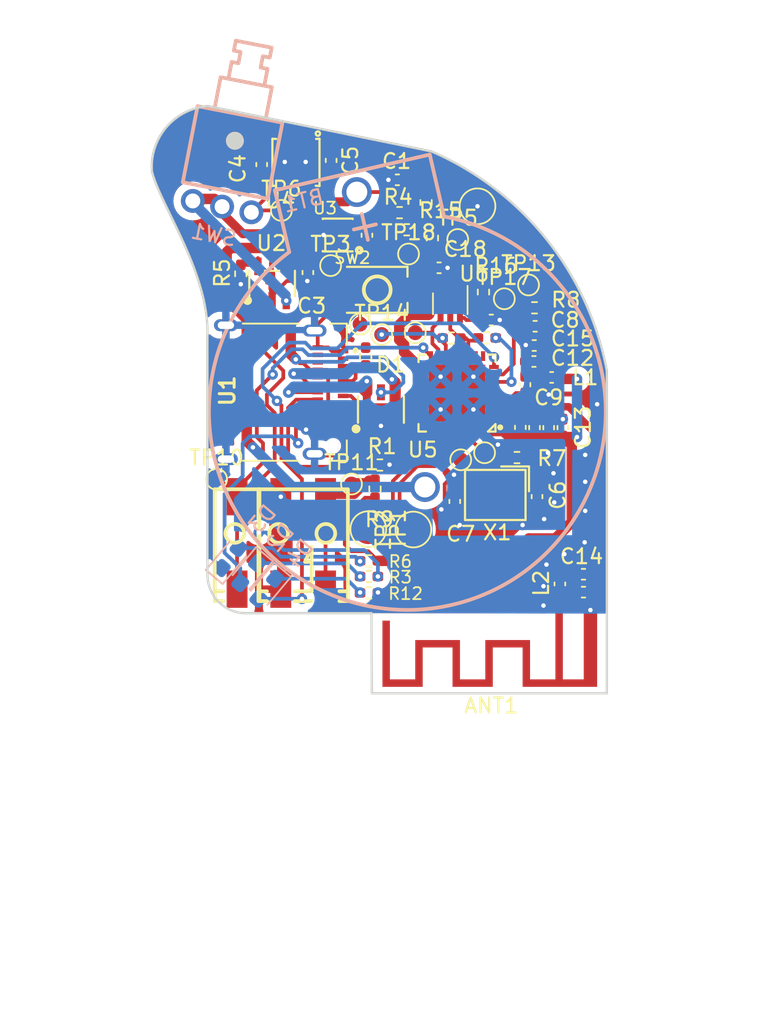
<source format=kicad_pcb>
(kicad_pcb (version 20221018) (generator pcbnew)
  (title_block (title "BLEEarrings (Blade Runner)") (date "2023-10-30") (rev "00.00") (company "Kitty and Dom"))
  (layers (0 "F.Cu" signal) (31 "B.Cu" signal) (34 "B.Paste" user) (35 "F.Paste" user) (36 "B.SilkS" user "B.Silkscreen") (37 "F.SilkS" user "F.Silkscreen") (38 "B.Mask" user) (39 "F.Mask" user) (44 "Edge.Cuts" user))
  (net 0 "")
  (net 1 "GND")
  (net 2 "/Power/BATGND")
  (net 3 "/Power/VBUS")
  (net 4 "+3V3")
  (net 5 "Net-(C6-Pad1)")
  (net 6 "Net-(C9-Pad1)")
  (net 7 "Net-(D2-K)")
  (net 8 "Net-(D3-A)")
  (net 9 "Net-(D4-K)")
  (net 10 "LED_A")
  (net 11 "Net-(U1-CC2)")
  (net 12 "Net-(U1-CC1)")
  (net 13 "NEO_LED")
  (net 14 "Net-(J2-Pin_2)")
  (net 25 "BatRef")
  (net 26 "+BATT")
  (net 27 "Net-(ANT1-FP)")
  (net 28 "/D+")
  (net 29 "/D-")
  (net 30 "/D1-")
  (net 31 "/D1+")
  (net 32 "Net-(U3-VDD)")
  (net 33 "Net-(U4-EN)")
  (net 34 "Net-(U5-XTAL_N)")
  (net 35 "Net-(U5-CHIP_EN)")
  (net 36 "Net-(U5-LNA_IN)")
  (net 37 "Net-(U2-STAT)")
  (net 38 "Net-(U2-PROG)")
  (net 39 "Net-(U5-XTAL_P)")
  (net 40 "Net-(U5-GPIO8)")
  (net 41 "Net-(U5-GPIO2)")
  (net 58 "Net-(SW2A-C)")
  (net 59 "Net-(C19-Pad1)")
  (net 60 "Net-(U5-U0RXD)")
  (net 61 "Net-(U5-U0TXD)")
  (net 62 "RESET")
  (footprint "Capacitor_SMD:C_0402_1005Metric_Pad0.74x0.62mm_HandSolder" (layer "F.Cu") (at 153.8 52.7)
    (fp_text reference "C18")
    (fp_text value "100n")
  )
  (footprint "easyeda2kicad:QFN-32_L5.0-W5.0-P0.50-TL-EP3.7" (layer "F.Cu") (at 155 61.1 180)
    (fp_text reference "U5")
    (fp_text value "ESP32-C3FH4")
  )
  (footprint "easyeda2kicad:SW-SMD_L3.9-W3.0-P4.45" (layer "F.Cu") (at 149.65 54.175 180)
    (fp_text reference "SW2")
    (fp_text value "RESET SWITCH")
  )
  (footprint "TestPoint:TestPoint_Pad_D1.0mm" (layer "F.Cu") (at 158.175 54.775)
    (fp_text reference "TP17")
    (fp_text value "TestPoint")
  )
  (footprint "TestPoint:TestPoint_Pad_D1.0mm" (layer "F.Cu") (at 159.8 53.85)
    (fp_text reference "TP13")
    (fp_text value "TestPoint")
  )
  (footprint "TestPoint:TestPoint_Pad_D1.0mm" (layer "F.Cu") (at 147.925 67.2)
    (fp_text reference "TP11")
    (fp_text value "TestPoint")
  )
  (footprint "Capacitor_SMD:C_0402_1005Metric_Pad0.74x0.62mm_HandSolder" (layer "F.Cu") (at 157.3 56.2)
    (fp_text reference "C19" hide)
    (fp_text value "4.7u")
  )
  (footprint "Resistor_SMD:R_0402_1005Metric_Pad0.72x0.64mm_HandSolder" (layer "F.Cu") (at 156.775 54.325 90)
    (fp_text reference "R16")
    (fp_text value "5k1")
  )
  (footprint "TestPoint:TestPoint_Pad_D1.0mm" (layer "F.Cu") (at 149.95 57.175)
    (fp_text reference "TP14")
    (fp_text value "TestPoint")
  )
  (footprint "Resistor_SMD:R_0402_1005Metric_Pad0.72x0.64mm_HandSolder" (layer "F.Cu") (at 157 57.4 180)
    (fp_text reference "R11" hide)
    (fp_text value "5k1")
  )
  (footprint "Resistor_SMD:R_0402_1005Metric_Pad0.72x0.64mm_HandSolder" (layer "F.Cu") (at 149.0975 72.35 180)
    (fp_text reference "R6")
    (fp_text value "2k")
  )
  (footprint "RF_Antenna:Texas_SWRA117D_2.4GHz_Right" (layer "F.Cu") (at 161.85 75.65 180)
    (fp_text reference "ANT1")
    (fp_text value "~")
  )
  (footprint "easyeda2kicad:WDFN-6_L2.0-W2.0-P0.65-BL-EP" (layer "F.Cu") (at 147.03 50.5 90)
    (fp_text reference "U3")
    (fp_text value "XB6096I2SV")
  )
  (footprint "easyeda2kicad:CRYSTAL-SMD_4P-L3.2-W2.5-BL" (layer "F.Cu") (at 157.568422 67.930835 180)
    (fp_text reference "X1")
    (fp_text value "5YMA40000151SF40Q1")
  )
  (footprint "TestPoint:TestPoint_Pad_D2.0mm" (layer "F.Cu") (at 152.075 70.25 90)
    (fp_text reference "TP2")
    (fp_text value "TestPoint")
  )
  (footprint "Resistor_SMD:R_0402_1005Metric_Pad0.72x0.64mm_HandSolder" (layer "F.Cu") (at 160.2 55.38 180)
    (fp_text reference "R8")
    (fp_text value "5k1")
  )
  (footprint "Resistor_SMD:R_0402_1005Metric_Pad0.72x0.64mm_HandSolder" (layer "F.Cu") (at 148.875 58.65 90)
    (fp_text reference "R2" hide)
    (fp_text value "5k1")
  )
  (footprint "TestPoint:TestPoint_Pad_D2.0mm" (layer "F.Cu") (at 149.05 70.225 -90)
    (fp_text reference "TP1")
    (fp_text value "TestPoint")
  )
  (footprint "Resistor_SMD:R_0402_1005Metric_Pad0.72x0.64mm_HandSolder" (layer "F.Cu") (at 149.5 67.5225 -90)
    (fp_text reference "R9")
    (fp_text value "470")
  )
  (footprint "Capacitor_SMD:C_0402_1005Metric_Pad0.74x0.62mm_HandSolder" (layer "F.Cu") (at 162.1 63.4175 90)
    (fp_text reference "C13")
    (fp_text value "100n")
  )
  (footprint "Resistor_SMD:R_0402_1005Metric_Pad0.72x0.64mm_HandSolder" (layer "F.Cu") (at 154.630922 57.410835)
    (fp_text reference "R10" hide)
    (fp_text value "5k1")
  )
  (footprint "easyeda2kicad:AMPHENOL_12401832E402A" (layer "F.Cu") (at 146.7 61.04 -90)
    (fp_text reference "U1")
    (fp_text value "GT-USB-7010ASV")
    (fp_line (start 3.45 -0.325) (end 3.75 -0.325) (stroke (width 0.01)) (layer "Edge.Cuts"))
    (fp_line (start 3.75 0.325) (end 3.45 0.325) (stroke (width 0.01)) (layer "Edge.Cuts"))
    (fp_arc (start 3.45 0.325) (mid 3.125 0) (end 3.45 -0.325) (stroke (width 0.01)) (layer "Edge.Cuts"))
    (fp_arc (start 3.75 -0.325) (mid 4.075 0) (end 3.75 0.325) (stroke (width 0.01)) (layer "Edge.Cuts"))
  )
  (footprint "Capacitor_SMD:C_0402_1005Metric_Pad0.74x0.62mm_HandSolder" (layer "F.Cu") (at 159.56 60.5375 90)
    (fp_text reference "C9")
    (fp_text value "100n")
  )
  (footprint "Capacitor_SMD:C_0402_1005Metric_Pad0.74x0.62mm_HandSolder" (layer "F.Cu") (at 161.15 63.4175 90)
    (fp_text reference "C16" hide)
    (fp_text value "10u")
  )
  (footprint "Resistor_SMD:R_0402_1005Metric_Pad0.72x0.64mm_HandSolder" (layer "F.Cu") (at 149.0975 74.5 180)
    (fp_text reference "R12")
    (fp_text value "2k")
  )
  (footprint "Resistor_SMD:R_0402_1005Metric_Pad0.72x0.64mm_HandSolder" (layer "F.Cu") (at 159.0225 65.425)
    (fp_text reference "R7")
    (fp_text value "22R")
  )
  (footprint "Capacitor_SMD:C_0402_1005Metric_Pad0.74x0.62mm_HandSolder" (layer "F.Cu") (at 151 46.8 180)
    (fp_text reference "C1")
    (fp_text value "10u")
  )
  (footprint "Capacitor_SMD:C_0402_1005Metric_Pad0.74x0.62mm_HandSolder" (layer "F.Cu") (at 160.16 58.98 180)
    (fp_text reference "C12")
    (fp_text value "100n")
  )
  (footprint "Capacitor_SMD:C_0402_1005Metric_Pad0.74x0.62mm_HandSolder" (layer "F.Cu") (at 163.4825 73.25)
    (fp_text reference "C14")
    (fp_text value "3p3")
  )
  (footprint "TestPoint:TestPoint_Pad_D1.0mm" (layer "F.Cu") (at 155.05 50.8)
    (fp_text reference "TP5")
    (fp_text value "TestPoint")
  )
  (footprint "Capacitor_SMD:C_0402_1005Metric_Pad0.74x0.62mm_HandSolder" (layer "F.Cu") (at 148.96 50.5175 90)
    (fp_text reference "C2" hide)
    (fp_text value "100n")
  )
  (footprint "TestPoint:TestPoint_Pad_D1.0mm" (layer "F.Cu") (at 151.75 51.775)
    (fp_text reference "TP18")
    (fp_text value "TestPoint")
  )
  (footprint "Resistor_SMD:R_0402_1005Metric_Pad0.72x0.64mm_HandSolder" (layer "F.Cu") (at 151.1475 49)
    (fp_text reference "R4")
    (fp_text value "100")
  )
  (footprint "Capacitor_SMD:C_0402_1005Metric_Pad0.74x0.62mm_HandSolder" (layer "F.Cu") (at 146.56 45.4975 -90)
    (fp_text reference "C5")
    (fp_text value "4.7u")
  )
  (footprint "easyeda2kicad:SOT-23-6_L2.9-W1.6-P0.95-LS2.8-BL" (layer "F.Cu") (at 149.9 62.2)
    (fp_text reference "D1")
    (fp_text value "USBLC6-2SC6_C2687116")
  )
  (footprint "Resistor_SMD:R_0402_1005Metric_Pad0.72x0.64mm_HandSolder" (layer "F.Cu") (at 149.8275 65.925)
    (fp_text reference "R1")
    (fp_text value "5k1")
  )
  (footprint "Inductor_SMD:L_0402_1005Metric_Pad0.77x0.64mm_HandSolder" (layer "F.Cu") (at 161.35 60.05)
    (fp_text reference "L1")
    (fp_text value "2n2")
  )
  (footprint "TestPoint:TestPoint_Pad_D1.0mm" (layer "F.Cu") (at 143.225 48.85)
    (fp_text reference "TP6")
    (fp_text value "TestPoint")
  )
  (footprint "Capacitor_SMD:C_0402_1005Metric_Pad0.74x0.62mm_HandSolder" (layer "F.Cu") (at 159.25 63.4025 90)
    (fp_text reference "C10" hide)
    (fp_text value "100n")
  )
  (footprint "easyeda2kicad:CONN-SMD_2059-302" (layer "F.Cu") (at 144.682946 71.15 90)
    (fp_text reference "J2" hide)
    (fp_text value "Screw_Terminal_01x02")
  )
  (footprint "TestPoint:TestPoint_Pad_D1.0mm" (layer "F.Cu") (at 155.25 65.575)
    (fp_text reference "TP8" hide)
    (fp_text value "TestPoint")
  )
  (footprint "Resistor_SMD:R_0402_1005Metric_Pad0.72x0.64mm_HandSolder" (layer "F.Cu") (at 140.499991 53.099982 -90)
    (fp_text reference "R5")
    (fp_text value "2k")
  )
  (footprint "Resistor_SMD:R_0402_1005Metric_Pad0.72x0.64mm_HandSolder" (layer "F.Cu") (at 151.6275 50.15 180)
    (fp_text reference "R13" hide)
    (fp_text value "5k1")
  )
  (footprint "Resistor_SMD:R_0402_1005Metric_Pad0.72x0.64mm_HandSolder" (layer "F.Cu") (at 152.925 48.3225 -90)
    (fp_text reference "R14" hide)
    (fp_text value "5k1")
  )
  (footprint "Capacitor_SMD:C_0402_1005Metric_Pad0.74x0.62mm_HandSolder" (layer "F.Cu") (at 144.999991 53.017482 -90)
    (fp_text reference "C3")
    (fp_text value "10u")
  )
  (footprint "Capacitor_SMD:C_0402_1005Metric_Pad0.74x0.62mm_HandSolder" (layer "F.Cu") (at 160.2403 56.62)
    (fp_text reference "C8")
    (fp_text value "100n")
  )
  (footprint "easyeda2kicad:CONN-SMD_custom1" (layer "F.Cu") (at 141.75 71.15 90)
    (fp_text reference "J1" hide)
    (fp_text value "Screw_Terminal_01x01")
  )
  (footprint "TestPoint:TestPoint_Pad_D1.0mm" (layer "F.Cu") (at 156.85 65.1)
    (fp_text reference "TP7" hide)
    (fp_text value "TestPoint")
  )
  (footprint "Resistor_SMD:R_0402_1005Metric_Pad0.72x0.64mm_HandSolder" (layer "F.Cu") (at 149.0975 73.4)
    (fp_text reference "R3")
    (fp_text value "2k")
  )
  (footprint "TestPoint:TestPoint_Pad_D1.0mm" (layer "F.Cu") (at 148.5 56.475)
    (fp_text reference "TP9" hide)
    (fp_text value "TestPoint")
  )
  (footprint "TestPoint:TestPoint_Pad_D2.0mm" (layer "F.Cu") (at 156.375 48.575)
    (fp_text reference "TP16" hide)
    (fp_text value "TestPoint")
  )
  (footprint "Capacitor_SMD:C_0402_1005Metric_Pad0.74x0.62mm_HandSolder" (layer "F.Cu") (at 141.9 45.775 90)
    (fp_text reference "C4")
    (fp_text value "4.7u")
  )
  (footprint "Capacitor_SMD:C_0402_1005Metric_Pad0.74x0.62mm_HandSolder" (layer "F.Cu") (at 154.85 68.3675 90)
    (fp_text reference "C7")
    (fp_text value "20pF")
  )
  (footprint "Inductor_SMD:L_0402_1005Metric_Pad0.77x0.64mm_HandSolder" (layer "F.Cu") (at 161.9 73.9 -90)
    (fp_text reference "L2")
    (fp_text value "2n2")
  )
  (footprint "easyeda2kicad:DFN-8_L3.0-W3.0-P0.65-BL-EP" (layer "F.Cu") (at 144.2 45.6275 180)
    (fp_text reference "U4")
    (fp_text value "AP7361C-33FGE-7")
  )
  (footprint "TestPoint:TestPoint_Pad_D1.0mm" (layer "F.Cu") (at 146.525 52.55)
    (fp_text reference "TP3")
    (fp_text value "TestPoint")
  )
  (footprint "Capacitor_SMD:C_0402_1005Metric_Pad0.74x0.62mm_HandSolder" (layer "F.Cu") (at 163.4825 74.45)
    (fp_text reference "C17" hide)
    (fp_text value "3p3")
  )
  (footprint "TestPoint:TestPoint_Pad_D1.0mm" (layer "F.Cu") (at 138.875 66.875)
    (fp_text reference "TP10")
    (fp_text value "TestPoint")
  )
  (footprint "TestPoint:TestPoint_Pad_D1.0mm" (layer "F.Cu") (at 152.2 57.05)
    (fp_text reference "TP12" hide)
    (fp_text value "TestPoint")
  )
  (footprint "Package_TO_SOT_SMD:SOT-363_SC-70-6" (layer "F.Cu") (at 154.548422 55.110835 -90)
    (fp_text reference "U6")
    (fp_text value "TS5A3159ADCKR")
  )
  (footprint "easyeda2kicad:SOT-23-5_L3.0-W1.7-P0.95-LS2.8-BL" (layer "F.Cu") (at 142.6 53.75)
    (fp_text reference "U2")
    (fp_text value "MCP73831T-2ACI/OT")
  )
  (footprint "Capacitor_SMD:C_0402_1005Metric_Pad0.74x0.62mm_HandSolder" (layer "F.Cu") (at 160.2 63.4175 90)
    (fp_text reference "C11" hide)
    (fp_text value "100n")
  )
  (footprint "Capacitor_SMD:C_0402_1005Metric_Pad0.74x0.62mm_HandSolder" (layer "F.Cu") (at 160.368422 68.043335 -90)
    (fp_text reference "C6")
    (fp_text value "20pF")
  )
  (footprint "Resistor_SMD:R_0402_1005Metric_Pad0.72x0.64mm_HandSolder" (layer "F.Cu") (at 153.35 50.7025 90)
    (fp_text reference "R15")
    (fp_text value "5k1")
  )
  (footprint "Capacitor_SMD:C_0402_1005Metric_Pad0.74x0.62mm_HandSolder" (layer "F.Cu") (at 160.18 57.91 180)
    (fp_text reference "C15")
    (fp_text value "10u")
  )
  (footprint "easyeda2kicad:SW-TH_TK-6580B-1" (layer "B.Cu") (at 139.245314 48.596666 -11)
    (fp_text reference "SW1")
    (fp_text value "TK-6580B-1")
    (fp_circle (center 0 -4.5) (end 0.6 -4.5) (fill solid) (layer "Edge.Cuts"))
  )
  (footprint "LED_SMD:LED_0603_1608Metric_Pad1.05x0.95mm_HandSolder" (layer "B.Cu") (at 139.785709 72.162941 50)
    (fp_text reference "D3")
    (fp_text value "RED LED")
  )
  (footprint "LED_SMD:LED_0603_1608Metric_Pad1.05x0.95mm_HandSolder" (layer "B.Cu") (at 141.024491 73.176294 -130)
    (fp_text reference "D2")
    (fp_text value "WHITE LED")
  )
  (footprint "LED_SMD:LED_0603_1608Metric_Pad1.05x0.95mm_HandSolder" (layer "B.Cu") (at 142.237561 74.220289 -130)
    (fp_text reference "D4")
    (fp_text value "BLUE LED")
  )
  (footprint "easyeda2kicad:BAT-TH_BS-24-A1AJ013" (layer "B.Cu") (at 150.566747 57.510144 103)
    (fp_text reference "BT1")
    (fp_text value "Battery")
  )
  (gr_line (start 138.3 41.85) (end 153.276794 44.888024) (stroke (width 0.16)) (layer "Edge.Cuts"))
  (gr_curve (pts (xy 138.26253 56.812137) (xy 138.17331 52.736217) (xy 135.075 48.425) (xy 134.540525 46.237222)) (stroke (width 0.16)) (layer "Edge.Cuts"))
  (gr_arc (start 134.540525 46.237222) (mid 135.512203 43.265482) (end 138.3 41.85) (stroke (width 0.16)) (layer "Edge.Cuts"))
  (gr_line (start 140.84 75.86) (end 149.263189 75.86) (stroke (width 0.16)) (layer "Edge.Cuts"))
  (gr_line (start 138.26253 56.812137) (end 138.26253 73.281642) (stroke (width 0.16)) (layer "Edge.Cuts"))
  (gr_arc (start 153.276794 44.888024) (mid 160.994104 50.778995) (end 165.05 59.6) (stroke (width 0.16)) (layer "Edge.Cuts"))
  (gr_arc (start 140.84 75.86) (mid 139.01727 75.104633) (end 138.26253 73.281642) (stroke (width 0.16)) (layer "Edge.Cuts"))
  (gr_line (start 165.05 59.6) (end 165.05 81.23) (stroke (width 0.16)) (layer "Edge.Cuts"))
  (gr_line (start 149.29 81.23) (end 165.05 81.23) (stroke (width 0.16)) (layer "Edge.Cuts"))
  (gr_line (start 149.263189 75.857753) (end 149.29 81.23) (stroke (width 0.16)) (layer "Edge.Cuts"))
  (segment (start 145.66 63.54) (end 144.885 63.54) (width 0.25) (layer "F.Cu") (net 1))
  (segment (start 144.999991 53.584982) (end 144.960017 53.584982) (width 0.25) (layer "F.Cu") (net 1))
  (segment (start 146.11 50.554502) (end 146.11 51.15) (width 0.25) (layer "F.Cu") (net 1))
  (segment (start 149.695 74.475) (end 149.7 74.47) (width 0.25) (layer "F.Cu") (net 1))
  (segment (start 161.15 61.2) (end 162.85 61.2) (width 0.25) (layer "F.Cu") (net 1))
  (segment (start 161 73.85) (end 160.8 74.05) (width 0.25) (layer "F.Cu") (net 1))
  (segment (start 160.8078 56.682217) (end 159.6125 57.877517) (width 0.25) (layer "F.Cu") (net 1))
  (segment (start 145.66 57.12) (end 145.45 56.91) (width 0.25) (layer "F.Cu") (net 1))
  (segment (start 162.085 62.835) (end 159.46 62.835) (width 0.25) (layer "F.Cu") (net 1))
  (segment (start 163.375 71.129594) (end 163.375 71.107599) (width 0.25) (layer "F.Cu") (net 1))
  (segment (start 150.425 65.925) (end 150.45 65.925) (width 0.25) (layer "F.Cu") (net 1))
  (segment (start 146.969239 65.29) (end 145.57 65.29) (width 0.25) (layer "F.Cu") (net 1))
  (segment (start 142.24 45.2075) (end 143.23 44.2175) (width 0.25) (layer "F.Cu") (net 1))
  (segment (start 159.6125 57.90375) (end 159.6125 57.907111) (width 0.25) (layer "F.Cu") (net 1))
  (segment (start 159.6125 58.931716) (end 159.6125 57.942803) (width 0.25) (layer "F.Cu") (net 1))
  (segment (start 157.8675 56.2) (end 157.8675 56.199991) (width 0.25) (layer "F.Cu") (net 1))
  (segment (start 147.64 54.5) (end 145.2 56.94) (width 0.25) (layer "F.Cu") (net 1))
  (segment (start 164.0175 75.5825) (end 163.95 75.65) (width 0.5) (layer "F.Cu") (net 1))
  (segment (start 159.6125 57.907111) (end 159.6125 57.912888) (width 0.25) (layer "F.Cu") (net 1))
  (segment (start 157.74704 64.55523) (end 157.89681 64.705) (width 0.25) (layer "F.Cu") (net 1))
  (segment (start 142.6 54.565) (end 143.580018 53.584982) (width 0.25) (layer "F.Cu") (net 1))
  (segment (start 159.6125 57.89125) (end 159.6125 57.877517) (width 0.25) (layer "F.Cu") (net 1))
  (segment (start 145.41 57.15) (end 145.2 56.94) (width 0.25) (layer "F.Cu") (net 1))
  (segment (start 148.65 58.0525) (end 147.5975 58.0525) (width 0.25) (layer "F.Cu") (net 1))
  (segment (start 142.599991 54.899991) (end 142.599991 54.899982) (width 0.25) (layer "F.Cu") (net 1))
  (segment (start 144.885 63.54) (end 144.875 63.55) (width 0.25) (layer "F.Cu") (net 1))
  (segment (start 157.89681 64.705) (end 160.142587 64.705) (width 0.25) (layer "F.Cu") (net 1))
  (segment (start 163.6 65.246311) (end 163.6 67.047361) (width 0.25) (layer "F.Cu") (net 1))
  (segment (start 141.9 45.2075) (end 142.24 45.2075) (width 0.25) (layer "F.Cu") (net 1))
  (segment (start 162.575 71.525) (end 162.979594 71.525) (width 0.25) (layer "F.Cu") (net 1))
  (segment (start 161.7 71.9) (end 161 72.6) (width 0.25) (layer "F.Cu") (net 1))
  (segment (start 144.2 45.6275) (end 144.2 45.6275) (width 0.25) (layer "F.Cu") (net 1))
  (segment (start 147.5975 58.0525) (end 147.36 58.29) (width 0.25) (layer "F.Cu") (net 1))
  (segment (start 147.35 64.909239) (end 146.969239 65.29) (width 0.25) (layer "F.Cu") (net 1))
  (segment (start 147.11 63.82) (end 147.35 64.06) (width 0.25) (layer "F.Cu") (net 1))
  (segment (start 145.41 64.99) (end 145.2 65.2) (width 0.25) (layer "F.Cu") (net 1))
  (segment (start 155.123422 67.080835) (end 154.875143 67.329114) (width 0.25) (layer "F.Cu") (net 1))
  (segment (start 154.763236 67.441021) (end 154.875143 67.329114) (width 0.25) (layer "F.Cu") (net 1))
  (segment (start 162.979594 71.525) (end 163.375 71.129594) (width 0.25) (layer "F.Cu") (net 1))
  (segment (start 159.6125 57.912888) (end 159.6125 57.915304) (width 0.25) (layer "F.Cu") (net 1))
  (segment (start 164.0175 73.2825) (end 164.05 73.25) (width 0.5) (layer "F.Cu") (net 1))
  (segment (start 149.695 74.5) (end 149.695 74.475) (width 0.25) (layer "F.Cu") (net 1))
  (segment (start 144.960017 53.584982) (end 144.959991 53.584956) (width 0.25) (layer "F.Cu") (net 1))
  (segment (start 159.6125 57.915304) (end 159.6125 57.91625) (width 0.25) (layer "F.Cu") (net 1))
  (segment (start 159.48 62.855) (end 159.479775 62.854775) (width 0.25) (layer "F.Cu") (net 1))
  (segment (start 160.142587 64.705) (end 160.458422 65.020835) (width 0.25) (layer "F.Cu") (net 1))
  (segment (start 142.6 54.9) (end 142.599991 54.899991) (width 0.25) (layer "F.Cu") (net 1))
  (segment (start 147.74 54.5) (end 147.64 54.5) (width 0.25) (layer "F.Cu") (net 1))
  (segment (start 150.4325 46.8) (end 150.4 46.8) (width 0.25) (layer "F.Cu") (net 1))
  (segment (start 150.45 65.925) (end 150.475 65.9) (width 0.25) (layer "F.Cu") (net 1))
  (segment (start 159.49955 62.87455) (end 159.479775 62.854775) (width 0.25) (layer "F.Cu") (net 1))
  (segment (start 163.6 68.998131) (end 163.6 71.069947) (width 0.25) (layer "F.Cu") (net 1))
  (segment (start 163.6 67.047361) (end 163.6 68.998131) (width 0.25) (layer "F.Cu") (net 1))
  (segment (start 144.2 45.6275) (end 144.305 45.6275) (width 0.25) (layer "F.Cu") (net 1))
  (segment (start 143.23 44.2175) (end 143.23 44.657576) (width 0.25) (layer "F.Cu") (net 1))
  (segment (start 158.738422 68.650835) (end 158.798422 68.710835) (width 0.25) (layer "F.Cu") (net 1))
  (segment (start 145.66 58.04) (end 146.363084 58.04) (width 0.25) (layer "F.Cu") (net 1))
  (segment (start 143.23 44.657576) (end 143.230076 44.657576) (width 0.25) (layer "F.Cu") (net 1))
  (segment (start 149.9 63.35) (end 149.9 63.3) (width 0.25) (layer "F.Cu") (net 1))
  (segment (start 145.57 65.29) (end 145.45 65.17) (width 0.25) (layer "F.Cu") (net 1))
  (segment (start 159.6125 57.91625) (end 159.6125 57.916486) (width 0.25) (layer "F.Cu") (net 1))
  (segment (start 152.925 47.725) (end 152.26 47.06) (width 0.25) (layer "F.Cu") (net 1))
  (segment (start 160.368422 68.610835) (end 158.838422 68.610835) (width 0.25) (layer "F.Cu") (net 1))
  (segment (start 146.613084 58.29) (end 147.36 58.29) (width 0.25) (layer "F.Cu") (net 1))
  (segment (start 162.2 71.9) (end 161.7 71.9) (width 0.25) (layer "F.Cu") (net 1))
  (segment (start 163.375 71.107599) (end 163.562348 71.107599) (width 0.25) (layer "F.Cu") (net 1))
  (segment (start 146.11 50.445498) (end 146.11 49.85) (width 0.25) (layer "F.Cu") (net 1))
  (segment (start 144.305 45.6275) (end 144.79 46.1125) (width 0.25) (layer "F.Cu") (net 1))
  (segment (start 162.2 71.9) (end 162.575 71.525) (width 0.25) (layer "F.Cu") (net 1))
  (segment (start 144.2 45.6275) (end 144.199924 45.6275) (width 0.25) (layer "F.Cu") (net 1))
  (segment (start 143.230076 44.657576) (end 144.2 45.6275) (width 0.25) (layer "F.Cu") (net 1))
  (segment (start 154.763236 67.812207) (end 154.763236 67.441021) (width 0.25) (layer "F.Cu") (net 1))
  (segment (start 151.983118 46.165) (end 151.0675 46.165) (width 0.25) (layer "F.Cu") (net 1))
  (segment (start 153.95 68.9) (end 153.95 69.085618) (width 0.25) (layer "F.Cu") (net 1))
  (segment (start 162.1 62.85) (end 162.085 62.835) (width 0.25) (layer "F.Cu") (net 1))
  (segment (start 154.548422 52.880922) (end 154.548422 54.160835) (width 0.25) (layer "F.Cu") (net 1))
  (segment (start 142.6 54.9) (end 142.6 54.565) (width 0.25) (layer "F.Cu") (net 1))
  (segment (start 154.814382 69.95) (end 155.184341 69.95) (width 0.25) (layer "F.Cu") (net 1))
  (segment (start 146.56 46.065) (end 146.1225 45.6275) (width 0.25) (layer "F.Cu") (net 1))
  (segment (start 154.175 67.199994) (end 154.799994 66.575) (width 0.25) (layer "F.Cu") (net 1))
  (segment (start 159.6125 57.916959) (end 159.6125 57.917196) (width 0.25) (layer "F.Cu") (net 1))
  (segment (start 154.175 68.675) (end 154.175 67.199994) (width 0.25) (layer "F.Cu") (net 1))
  (segment (start 151.0675 46.165) (end 150.4325 46.8) (width 0.25) (layer "F.Cu") (net 1))
  (segment (start 158.838422 68.610835) (end 158.668422 68.780835) (width 0.25) (layer "F.Cu") (net 1))
  (segment (start 157.8675 56.199991) (end 157.867509 56.199982) (width 0.25) (layer "F.Cu") (net 1))
  (segment (start 146.055498 50.5) (end 146.11 50.445498) (width 0.25) (layer "F.Cu") (net 1))
  (segment (start 159.6125 57.91) (end 159.6125 57.877517) (width 0.25) (layer "F.Cu") (net 1))
  (segment (start 154.875143 67.329114) (end 154.728422 67.475835) (width 0.25) (layer "F.Cu") (net 1))
  (segment (start 161 72.6) (end 161 73.85) (width 0.25) (layer "F.Cu") (net 1))
  (segment (start 142.6 54.9) (end 142.6 55.235) (width 0.25) (layer "F.Cu") (net 1))
  (segment (start 156.538422 66.905835) (end 156.538422 66.860835) (width 0.25) (layer "F.Cu") (net 1))
  (segment (start 160.368422 68.383335) (end 160.183804 68.567953) (width 0.25) (layer "F.Cu") (net 1))
  (segment (start 159.6125 57.89125) (end 159.6125 57.90375) (width 0.25) (layer "F.Cu") (net 1))
  (segment (start 145.275 45.6275) (end 144.79 46.1125) (width 0.25) (layer "F.Cu") (net 1))
  (segment (start 163.6 71.069947) (end 163.562348 71.107599) (width 0.25) (layer "F.Cu") (net 1))
  (segment (start 146.055498 50.5) (end 146.11 50.554502) (width 0.25) (layer "F.Cu") (net 1))
  (segment (start 154.3675 52.7) (end 154.548422 52.880922) (width 0.25) (layer "F.Cu") (net 1))
  (segment (start 146.363084 58.04) (end 146.613084 58.29) (width 0.25) (layer "F.Cu") (net 1))
  (segment (start 147.35 64.06) (end 147.35 64.909239) (width 0.25) (layer "F.Cu") (net 1))
  (segment (start 152.26 47.06) (end 152.26 46.441882) (width 0.25) (layer "F.Cu") (net 1))
  (segment (start 152.26 46.441882) (end 151.983118 46.165) (width 0.25) (layer "F.Cu") (net 1))
  (segment (start 156.468422 67.080835) (end 155.123422 67.080835) (width 0.25) (layer "F.Cu") (net 1))
  (segment (start 143.580018 53.584982) (end 144.999991 53.584982) (width 0.25) (layer "F.Cu") (net 1))
  (segment (start 153.95 69.085618) (end 154.814382 69.95) (width 0.25) (layer "F.Cu") (net 1))
  (segment (start 156.506602 66.982654) (end 156.454672 67.034585) (width 0.25) (layer "F.Cu") (net 1))
  (segment (start 146.1225 45.6275) (end 145.275 45.6275) (width 0.25) (layer "F.Cu") (net 1))
  (segment (start 159.56 59.058461) (end 159.56 60.2025) (width 0.25) (layer "F.Cu") (net 1))
  (segment (start 140.499991 53.697482) (end 140.499991 53.799982) (width 0.25) (layer "F.Cu") (net 1))
  (segment (start 145.66 58.04) (end 145.66 57.12) (width 0.25) (layer "F.Cu") (net 1))
  (segment (start 160.8 74.05) (end 160.8 75.35) (width 0.25) (layer "F.Cu") (net 1))
  (segment (start 164.0175 74.45) (end 164.0175 73.2825) (width 0.5) (layer "F.Cu") (net 1))
  (segment (start 146.105498 50.55) (end 146.055498 50.5) (width 0.25) (layer "F.Cu") (net 1))
  (segment (start 164.0175 74.45) (end 164.0175 75.5825) (width 0.5) (layer "F.Cu") (net 1))
  (segment (start 146.14 50.55) (end 146.105498 50.55) (width 0.25) (layer "F.Cu") (net 1))
  (segment (start 159.6125 57.916486) (end 159.6125 57.916959) (width 0.25) (layer "F.Cu") (net 1))
  (segment (start 143.182946 74.25) (end 143.182946 68.05) (width 0.25) (layer "F.Cu") (net 1))
  (segment (start 153.95 68.9) (end 154.175 68.675) (width 0.25) (layer "F.Cu") (net 1))
  (via (at 155.184341 69.95) (size 0.7) (drill 0.3) (layers "F.Cu" "B.Cu") (net 1))
  (via (at 163.6 67.047361) (size 0.7) (drill 0.3) (layers "F.Cu" "B.Cu") (net 1))
  (via (at 160.8 75.35) (size 0.7) (drill 0.3) (layers "F.Cu" "B.Cu") (net 1))
  (via (at 153.95 68.9) (size 0.7) (drill 0.3) (layers "F.Cu" "B.Cu") (net 1))
  (via (at 157.74704 64.55523) (size 0.7) (drill 0.3) (layers "F.Cu" "B.Cu") (net 1))
  (via (at 154.3675 52.7) (size 0.7) (drill 0.3) (layers "F.Cu" "B.Cu") (net 1))
  (via (at 140.499991 53.799982) (size 0.7) (drill 0.3) (layers "F.Cu" "B.Cu") (net 1))
  (via (at 160.8 74.05) (size 0.7) (drill 0.3) (layers "F.Cu" "B.Cu") (net 1))
  (via (at 144.875 63.55) (size 0.7) (drill 0.3) (layers "F.Cu" "B.Cu") (net 1))
  (via (at 150.4 46.8) (size 0.7) (drill 0.3) (layers "F.Cu" "B.Cu") (net 1))
  (via (at 162.2 71.9) (size 0.7) (drill 0.3) (layers "F.Cu" "B.Cu") (net 1))
  (via (at 159.4 69.95) (size 0.7) (drill 0.3) (layers "F.Cu" "B.Cu") (net 1))
  (via (at 154.799994 66.575) (size 0.7) (drill 0.3) (layers "F.Cu" "B.Cu") (net 1))
  (via (at 164.4 61.85) (size 0.7) (drill 0.3) (layers "F.Cu" "B.Cu") (net 1))
  (via (at 149.9 63.3) (size 0.7) (drill 0.3) (layers "F.Cu" "B.Cu") (net 1))
  (via (at 163.562348 71.107599) (size 0.7) (drill 0.3) (layers "F.Cu" "B.Cu") (net 1))
  (via (at 162.1 62.85) (size 0.7) (drill 0.3) (layers "F.Cu" "B.Cu") (net 1))
  (via (at 157.867509 56.199982) (size 0.7) (drill 0.3) (layers "F.Cu" "B.Cu") (net 1))
  (via (at 143.45 45.6) (size 0.7) (drill 0.3) (layers "F.Cu" "B.Cu") (net 1))
  (via (at 143.182947 68.049999) (size 0.7) (drill 0.3) (layers "F.Cu" "B.Cu") (net 1))
  (via (at 159.6125 57.877517) (size 0.7) (drill 0.3) (layers "F.Cu" "B.Cu") (net 1))
  (via (at 144.85 45.6) (size 0.7) (drill 0.3) (layers "F.Cu" "B.Cu") (net 1))
  (via (at 146.055498 50.5) (size 0.7) (drill 0.3) (layers "F.Cu" "B.Cu") (net 1))
  (via (at 161.4716 66.4752) (size 0.7) (drill 0.3) (layers "F.Cu" "B.Cu") (net 1))
  (via (at 150.475 65.9) (size 0.7) (drill 0.3) (layers "F.Cu" "B.Cu") (net 1))
  (via (at 156.375 48.575) (size 0.7) (drill 0.3) (layers "F.Cu" "B.Cu") (net 1))
  (via (at 161.15 61.2) (size 0.7) (drill 0.3) (layers "F.Cu" "B.Cu") (net 1))
  (via (at 163.6 65.246311) (size 0.7) (drill 0.3) (layers "F.Cu" "B.Cu") (net 1))
  (via (at 161.1 65.1) (size 0.7) (drill 0.3) (layers "F.Cu" "B.Cu") (net 1))
  (via (at 160.845752 69.55) (size 0.7) (drill 0.3) (layers "F.Cu" "B.Cu") (net 1))
  (via (at 163.6 68.998131) (size 0.7) (drill 0.3) (layers "F.Cu" "B.Cu") (net 1))
  (via (at 144.959991 53.584956) (size 0.7) (drill 0.3) (layers "F.Cu" "B.Cu") (net 1))
  (via (at 161 72.6) (size 0.7) (drill 0.3) (layers "F.Cu" "B.Cu") (net 1))
  (via (at 161.5224 68.431) (size 0.7) (drill 0.3) (layers "F.Cu" "B.Cu") (net 1))
  (via (at 149.7 74.47) (size 0.7) (drill 0.3) (layers "F.Cu" "B.Cu") (net 1))
  (arc (start 156.506602 66.982654) (mid 156.530152 66.947409) (end 156.538422 66.905835) (width 0.25) (layer "F.Cu") (net 1))
  (arc (start 159.6125 57.942803) (mid 159.613474 57.937903) (end 159.61625 57.93375) (width 0.25) (layer "F.Cu") (net 1))
  (arc (start 159.6125 58.931716) (mid 159.607302 58.957847) (end 159.5925 58.98) (width 0.25) (layer "F.Cu") (net 1))
  (arc (start 159.5925 58.98) (mid 159.568446 59.015999) (end 159.56 59.058461) (width 0.25) (layer "F.Cu") (net 1))
  (arc (start 156.454672 67.034585) (mid 156.361906 67.096569) (end 156.252481 67.118335) (width 0.25) (layer "F.Cu") (net 1))
  (arc (start 159.61625 57.92625) (mid 159.613474 57.922096) (end 159.6125 57.917196) (width 0.25) (layer "F.Cu") (net 1))
  (arc (start 159.61625 57.92625) (mid 159.617803 57.93) (end 159.61625 57.93375) (width 0.25) (layer "F.Cu") (net 1))
  (arc (start 159.479775 62.854775) (mid 159.479775 62.854775) (end 159.479775 62.854775) (width 0.25) (layer "F.Cu") (net 1))
  (arc (start 159.48 62.855) (mid 159.502152 62.869802) (end 159.528284 62.875) (width 0.25) (layer "F.Cu") (net 1))
  (arc (start 159.49955 62.87455) (mid 159.500524 62.875201) (end 159.501674 62.87543) (width 0.25) (layer "F.Cu") (net 1))
  (segment (start 145.45 64.2) (end 145.5 64.15) (width 0.25) (layer "B.Cu") (net 1))
  (segment (start 138.45 72.05996) (end 138.45 71.4) (width 0.25) (layer "B.Cu") (net 1))
  (segment (start 156.1 63.204964) (end 157.672497 64.777461) (width 0.7) (layer "B.Cu") (net 1))
  (segment (start 156.1 62.2) (end 156.1 63.204964) (width 0.7) (layer "B.Cu") (net 1))
  (segment (start 145.45 65.17) (end 145.45 64.2) (width 0.25) (layer "B.Cu") (net 1))
  (segment (start 139.22327 72.83323) (end 138.45 72.05996) (width 0.25) (layer "B.Cu") (net 1))
  (segment (start 139.5 65.65) (end 138.55 66.6) (width 0.25) (layer "B.Cu") (net 1))
  (segment (start 139.5 65.53) (end 139.5 65.65) (width 0.25) (layer "B.Cu") (net 1))
  (segment (start 147.03 50.5) (end 147.03 49.245) (width 0.7) (layer "F.Cu") (net 2))
  (segment (start 148.96 49.95) (end 148.05 49.95) (width 0.25) (layer "F.Cu") (net 2))
  (segment (start 147.03 49.245) (end 146.91 49.125) (width 0.7) (layer "F.Cu") (net 2))
  (segment (start 146.91 49.125) (end 145.628465 49.125) (width 0.7) (layer "F.Cu") (net 2))
  (segment (start 139.549973 54.799973) (end 140.9 56.15) (width 0.7) (layer "F.Cu") (net 2))
  (segment (start 139.83 51.37) (end 139.549973 51.650027) (width 0.7) (layer "F.Cu") (net 2))
  (segment (start 145.628465 49.125) (end 143.383465 51.37) (width 0.7) (layer "F.Cu") (net 2))
  (segment (start 143.383465 51.37) (end 139.83 51.37) (width 0.7) (layer "F.Cu") (net 2))
  (segment (start 140.9 56.15) (end 140.9 64.326761) (width 0.7) (layer "F.Cu") (net 2))
  (segment (start 147.95 50.5) (end 147.03 50.5) (width 0.25) (layer "F.Cu") (net 2))
  (segment (start 140.9 64.326761) (end 141.313917 64.740678) (width 0.7) (layer "F.Cu") (net 2))
  (segment (start 139.549973 51.650027) (end 139.549973 54.799973) (width 0.7) (layer "F.Cu") (net 2))
  (segment (start 148.05 49.95) (end 147.95 49.85) (width 0.25) (layer "F.Cu") (net 2))
  (segment (start 147.95 49.85) (end 147.95 50.5) (width 0.25) (layer "F.Cu") (net 2))
  (via (at 141.313917 64.740678) (size 0.7) (drill 0.3) (layers "F.Cu" "B.Cu") (net 2))
  (segment (start 143.973239 67.4) (end 141.313917 64.740678) (width 0.7) (layer "B.Cu") (net 2))
  (segment (start 152.85 67.4) (end 143.973239 67.4) (width 0.7) (layer "B.Cu") (net 2))
  (segment (start 144.999991 52.449982) (end 145.649991 52.449982) (width 0.7) (layer "F.Cu") (net 3))
  (segment (start 145.66 62.04) (end 146.3 62.04) (width 0.25) (layer "F.Cu") (net 3))
  (segment (start 146.55 62.29) (end 146.36 62.1) (width 0.25) (layer "F.Cu") (net 3))
  (segment (start 145.14 59.54) (end 144.7 59.1) (width 0.25) (layer "F.Cu") (net 3))
  (segment (start 146.36 59.59) (end 146.36 59.85) (width 0.25) (layer "F.Cu") (net 3))
  (segment (start 145.649991 52.449982) (end 145.859991 52.659982) (width 0.7) (layer "F.Cu") (net 3))
  (segment (start 145.66 62.04) (end 145.01 62.04) (width 0.25) (layer "F.Cu") (net 3))
  (segment (start 145.649991 52.449982) (end 145.750009 52.55) (width 0.7) (layer "F.Cu") (net 3))
  (segment (start 143.85 56.4) (end 143.85 58.5) (width 0.7) (layer "F.Cu") (net 3))
  (segment (start 147.36 59.79) (end 146.42 59.79) (width 0.25) (layer "F.Cu") (net 3))
  (segment (start 143.700018 52.449982) (end 143.55 52.6) (width 0.7) (layer "F.Cu") (net 3))
  (segment (start 145.66 59.54) (end 146.31 59.54) (width 0.25) (layer "F.Cu") (net 3))
  (segment (start 147.36 62.29) (end 146.55 62.29) (width 0.25) (layer "F.Cu") (net 3))
  (segment (start 144.999991 52.449982) (end 143.700018 52.449982) (width 0.7) (layer "F.Cu") (net 3))
  (segment (start 146.36 62.1) (end 146.36 59.85) (width 0.25) (layer "F.Cu") (net 3))
  (segment (start 146.42 59.79) (end 146.36 59.85) (width 0.25) (layer "F.Cu") (net 3))
  (segment (start 145.01 62.04) (end 144.2 62.85) (width 0.25) (layer "F.Cu") (net 3))
  (segment (start 145.859991 54.390009) (end 143.85 56.4) (width 0.7) (layer "F.Cu") (net 3))
  (segment (start 145.859991 52.659982) (end 145.859991 54.390009) (width 0.7) (layer "F.Cu") (net 3))
  (segment (start 146.3 62.04) (end 146.36 62.1) (width 0.25) (layer "F.Cu") (net 3))
  (segment (start 144.7 59.1) (end 144.45 59.1) (width 0.25) (layer "F.Cu") (net 3))
  (segment (start 146.31 59.54) (end 146.36 59.59) (width 0.25) (layer "F.Cu") (net 3))
  (segment (start 143.85 58.5) (end 144.188604 58.838604) (width 0.7) (layer "F.Cu") (net 3))
  (segment (start 144.2 62.85) (end 144.2 64.308398) (width 0.25) (layer "F.Cu") (net 3))
  (segment (start 145.750009 52.55) (end 146.525 52.55) (width 0.7) (layer "F.Cu") (net 3))
  (segment (start 145.66 59.54) (end 145.14 59.54) (width 0.25) (layer "F.Cu") (net 3))
  (segment (start 144.2 64.308398) (end 144.350001 64.458399) (width 0.25) (layer "F.Cu") (net 3))
  (via (at 149.9 61.05) (size 0.7) (drill 0.3) (layers "F.Cu" "B.Cu") (net 3))
  (via (at 144.350001 64.458399) (size 0.7) (drill 0.3) (layers "F.Cu" "B.Cu") (net 3))
  (via (at 144.188604 58.838604) (size 0.7) (drill 0.3) (layers "F.Cu" "B.Cu") (net 3))
  (segment (start 140.625 65.830305) (end 140.625 64.475) (width 0.25) (layer "B.Cu") (net 3))
  (segment (start 150.75 61.05) (end 149.9 61.05) (width 0.25) (layer "B.Cu") (net 3))
  (segment (start 140.625 64.475) (end 141.100305 63.999695) (width 0.25) (layer "B.Cu") (net 3))
  (segment (start 150.15 58.7) (end 151.4 59.95) (width 0.25) (layer "B.Cu") (net 3))
  (segment (start 140.462052 72.837771) (end 139.724281 72.1) (width 0.254) (layer "B.Cu") (net 3))
  (segment (start 139.41318 71.81318) (end 139.41318 67.88682) (width 0.254) (layer "B.Cu") (net 3))
  (segment (start 143.891297 63.999695) (end 144.350001 64.458399) (width 0.25) (layer "B.Cu") (net 3))
  (segment (start 141.100305 63.999695) (end 143.891297 63.999695) (width 0.25) (layer "B.Cu") (net 3))
  (segment (start 151.4 59.95) (end 151.4 60.4) (width 0.25) (layer "B.Cu") (net 3))
  (segment (start 147.347208 59.0025) (end 147.649708 58.7) (width 0.25) (layer "B.Cu") (net 3))
  (segment (start 149.9 61.05) (end 149.9 61.32) (width 0.25) (layer "B.Cu") (net 3))
  (segment (start 139.724281 72.1) (end 139.7 72.1) (width 0.254) (layer "B.Cu") (net 3))
  (segment (start 147.649708 58.7) (end 150.15 58.7) (width 0.25) (layer "B.Cu") (net 3))
  (segment (start 139.7 72.1) (end 139.41318 71.81318) (width 0.254) (layer "B.Cu") (net 3))
  (segment (start 144.3525 59.0025) (end 147.347208 59.0025) (width 0.25) (layer "B.Cu") (net 3))
  (segment (start 139.41318 67.88682) (end 140.626414 66.673586) (width 0.254) (layer "B.Cu") (net 3))
  (segment (start 144.188604 58.838604) (end 144.3525 59.0025) (width 0.25) (layer "B.Cu") (net 3))
  (segment (start 140.462052 73.846583) (end 140.462052 72.837771) (width 0.254) (layer "B.Cu") (net 3))
  (segment (start 151.4 60.4) (end 150.75 61.05) (width 0.25) (layer "B.Cu") (net 3))
  (segment (start 140.626414 66.673586) (end 140.626414 65.831719) (width 0.254) (layer "B.Cu") (net 3))
  (segment (start 155.478016 55.410835) (end 155.948422 54.940429) (width 0.25) (layer "F.Cu") (net 4))
  (segment (start 159.25 63.97) (end 158.434603 63.97) (width 0.7) (layer "F.Cu") (net 4))
  (segment (start 152.935 46.368974) (end 153.795 47.228974) (width 0.7) (layer "F.Cu") (net 4))
  (segment (start 160.2 63.985) (end 159.265 63.985) (width 0.7) (layer "F.Cu") (net 4))
  (segment (start 161.154999 55.38) (end 161.7253 55.950301) (width 0.7) (layer "F.Cu") (net 4))
  (segment (start 161.6 70.85) (end 162.7 69.75) (width 0.7) (layer "F.Cu") (net 4))
  (segment (start 155.228422 57.410835) (end 155.590502 57.410835) (width 0.25) (layer "F.Cu") (net 4))
  (segment (start 154.473422 55.410835) (end 153.539165 55.410835) (width 0.25) (layer "F.Cu") (net 4))
  (segment (start 155.948422 54.940429) (end 155.948422 54.383052) (width 0.25) (layer "F.Cu") (net 4))
  (segment (start 152.45 59.35) (end 152.25 59.15) (width 0.25) (layer "F.Cu") (net 4))
  (segment (start 157.05 52.8) (end 156.775 52.525) (width 0.7) (layer "F.Cu") (net 4))
  (segment (start 156.82 63.65) (end 156.75 63.58) (width 0.7) (layer "F.Cu") (net 4))
  (segment (start 160.7475 57.91) (end 160.7475 58.96) (width 0.7) (layer "F.Cu") (net 4))
  (segment (start 154.548422 56.060835) (end 154.548422 55.485835) (width 0.25) (layer "F.Cu") (net 4))
  (segment (start 162.7 64.585) (end 162.1 63.985) (width 0.7) (layer "F.Cu") (net 4))
  (segment (start 156.75 63.58) (end 156.83 63.5) (width 0.25) (layer "F.Cu") (net 4))
  (segment (start 156.080589 57.580333) (end 156.270922 57.39) (width 0.25) (layer "F.Cu") (net 4))
  (segment (start 156.76 63.6) (end 156.26 63.6) (width 0.25) (layer "F.Cu") (net 4))
  (segment (start 162.165 64.05) (end 162.1 63.985) (width 0.7) (layer "F.Cu") (net 4))
  (segment (start 151.45 57.85) (end 151.125 57.525) (width 0.7) (layer "F.Cu") (net 4))
  (segment (start 154.548422 56.060835) (end 154.548422 55.567578) (width 0.25) (layer "F.Cu") (net 4))
  (segment (start 155.05 50.8) (end 154.355 50.105) (width 0.7) (layer "F.Cu") (net 4))
  (segment (start 160.7975 55.38) (end 161.154999 55.38) (width 0.7) (layer "F.Cu") (net 4))
  (segment (start 149.695 72.35) (end 149.05 71.705) (width 0.25) (layer "F.Cu") (net 4))
  (segment (start 160.7275 57.93) (end 160.7475 57.91) (width 0.25) (layer "F.Cu") (net 4))
  (segment (start 149.05 71.705) (end 147.93 71.705) (width 0.25) (layer "F.Cu") (net 4))
  (segment (start 147.475 71.25) (end 147.475 69.475) (width 0.25) (layer "F.Cu") (net 4))
  (segment (start 151.702712 44.93) (end 152.935 46.162288) (width 0.7) (layer "F.Cu") (net 4))
  (segment (start 153.539165 55.410835) (end 153.148422 55.801578) (width 0.25) (layer "F.Cu") (net 4))
  (segment (start 147.475 69.475) (end 148.83 68.12) (width 0.25) (layer "F.Cu") (net 4))
  (segment (start 162.985 63.985) (end 163.05 64.05) (width 0.25) (layer "F.Cu") (net 4))
  (segment (start 155.135179 57.410835) (end 154.548422 56.824078) (width 0.25) (layer "F.Cu") (net 4))
  (segment (start 162.0225 60.15) (end 161.9225 60.05) (width 0.7) (layer "F.Cu") (net 4))
  (segment (start 152.52 59.35) (end 152.45 59.35) (width 0.25) (layer "F.Cu") (net 4))
  (segment (start 156.775 53.7275) (end 156.775 52.525) (width 0.7) (layer "F.Cu") (net 4))
  (segment (start 162.1 63.985) (end 161.15 63.985) (width 0.7) (layer "F.Cu") (net 4))
  (segment (start 160.7975 54.337425) (end 160.85 54.284925) (width 0.7) (layer "F.Cu") (net 4))
  (segment (start 162.7 69.75) (end 162.7 64.585) (width 0.7) (layer "F.Cu") (net 4))
  (segment (start 160.7475 58.96) (end 160.7275 58.98) (width 0.7) (layer "F.Cu") (net 4))
  (segment (start 158.434603 63.97) (end 158.114603 63.65) (width 0.7) (layer "F.Cu") (net 4))
  (segment (start 146.56 44.93) (end 151.702712 44.93) (width 0.7) (layer "F.Cu") (net 4))
  (segment (start 156.775 52.525) (end 155.05 50.8) (width 0.7) (layer "F.Cu") (net 4))
  (segment (start 160.85 53.415075) (end 160.234925 52.8) (width 0.7) (layer "F.Cu") (net 4))
  (segment (start 155.590502 57.410835) (end 155.76 57.580333) (width 0.25) (layer "F.Cu") (net 4))
  (segment (start 163.05 64.05) (end 162.165 64.05) (width 0.7) (layer "F.Cu") (net 4))
  (segment (start 161.7253 55.950301) (end 161.7253 57.071316) (width 0.7) (layer "F.Cu") (net 4))
  (segment (start 148.83 68.12) (end 149.5 68.12) (width 0.25) (layer "F.Cu") (net 4))
  (segment (start 151.125 57.525) (end 151.125 56.525) (width 0.7) (layer "F.Cu") (net 4))
  (segment (start 152.935 46.162288) (end 152.935 46.368974) (width 0.7) (layer "F.Cu") (net 4))
  (segment (start 146.56 44.93) (end 145.8825 44.93) (width 0.25) (layer "F.Cu") (net 4))
  (segment (start 158.322793 72.35) (end 159.822793 70.85) (width 0.7) (layer "F.Cu") (net 4))
  (segment (start 149.695 72.35) (end 158.322793 72.35) (width 0.7) (layer "F.Cu") (net 4))
  (segment (start 145.8825 44.93) (end 145.17 44.2175) (width 0.25) (layer "F.Cu") (net 4))
  (segment (start 163.05 60.15) (end 162.0225 60.15) (width 0.7) (layer "F.Cu") (net 4))
  (segment (start 160.85 54.284925) (end 160.85 53.415075) (width 0.7) (layer "F.Cu") (net 4))
  (segment (start 153.795 49.66) (end 153.35 50.105) (width 0.7) (layer "F.Cu") (net 4))
  (segment (start 154.623422 55.410835) (end 155.478016 55.410835) (width 0.25) (layer "F.Cu") (net 4))
  (segment (start 151.795 55.855) (end 153.095 55.855) (width 0.7) (layer "F.Cu") (net 4))
  (segment (start 160.886616 57.91) (end 160.7475 57.91) (width 0.7) (layer "F.Cu") (net 4))
  (segment (start 155.228422 57.410835) (end 155.135179 57.410835) (width 0.25) (layer "F.Cu") (net 4))
  (segment (start 160.7275 58.98) (end 160.7475 59) (width 0.7) (layer "F.Cu") (net 4))
  (segment (start 154.548422 55.485835) (end 154.473422 55.410835) (width 0.25) (layer "F.Cu") (net 4))
  (segment (start 154.548422 56.060835) (end 154.548422 56.824078) (width 0.25) (layer "F.Cu") (net 4))
  (segment (start 153.095 55.855) (end 153.148422 55.801578) (width 0.7) (layer "F.Cu") (net 4))
  (segment (start 153.795 47.228974) (end 153.795 49.66) (width 0.7) (layer "F.Cu") (net 4))
  (segment (start 161.15 63.985) (end 160.2 63.985) (width 0.7) (layer "F.Cu") (net 4))
  (segment (start 154.548422 55.485835) (end 154.623422 55.410835) (width 0.25) (layer "F.Cu") (net 4))
  (segment (start 160.7975 55.38) (end 160.7975 54.337425) (width 0.7) (layer "F.Cu") (net 4))
  (segment (start 161.7253 57.071316) (end 160.886616 57.91) (width 0.7) (layer "F.Cu") (net 4))
  (segment (start 147.93 71.705) (end 147.475 71.25) (width 0.25) (layer "F.Cu") (net 4))
  (segment (start 159.822793 70.85) (end 161.6 70.85) (width 0.7) (layer "F.Cu") (net 4))
  (segment (start 160.7475 59) (end 161.6 59) (width 0.7) (layer "F.Cu") (net 4))
  (segment (start 155.76 57.580333) (end 155.76 58.64) (width 0.25) (layer "F.Cu") (net 4))
  (segment (start 158.114603 63.65) (end 156.82 63.65) (width 0.7) (layer "F.Cu") (net 4))
  (segment (start 151.125 56.525) (end 151.795 55.855) (width 0.7) (layer "F.Cu") (net 4))
  (segment (start 161.6 59) (end 161.9225 59.3225) (width 0.7) (layer "F.Cu") (net 4))
  (segment (start 154.355 50.105) (end 153.35 50.105) (width 0.7) (layer "F.Cu") (net 4))
  (segment (start 155.76 57.580333) (end 156.080589 57.580333) (width 0.25) (layer "F.Cu") (net 4))
  (segment (start 160.234925 52.8) (end 157.05 52.8) (width 0.7) (layer "F.Cu") (net 4))
  (segment (start 161.9225 59.3225) (end 161.9225 60.05) (width 0.7) (layer "F.Cu") (net 4))
  (segment (start 152.25 59.15) (end 151.45 58.35) (width 0.7) (layer "F.Cu") (net 4))
  (segment (start 156.603974 53.7275) (end 155.948422 54.383052) (width 0.7) (layer "F.Cu") (net 4))
  (segment (start 151.45 58.35) (end 151.45 57.85) (width 0.7) (layer "F.Cu") (net 4))
  (via (at 163.05 60.15) (size 0.7) (drill 0.3) (layers "F.Cu" "B.Cu") (net 4))
  (via (at 163.05 64.05) (size 0.7) (drill 0.3) (layers "F.Cu" "B.Cu") (net 4))
  (arc (start 160.76 59.058461) (mid 160.751554 59.015999) (end 160.7275 58.98) (width 0.25) (layer "F.Cu") (net 4))
  (segment (start 163.05 61) (end 163.05 60.15) (width 0.7) (layer "B.Cu") (net 4))
  (segment (start 163.05 64.05) (end 163.05 61) (width 0.7) (layer "B.Cu") (net 4))
  (segment (start 159.513422 66.235835) (end 159.513422 65.660835) (width 0.25) (layer "F.Cu") (net 5))
  (segment (start 159.513422 66.235835) (end 158.668422 67.080835) (width 0.25) (layer "F.Cu") (net 5))
  (segment (start 160.368422 67.475835) (end 159.063422 67.475835) (width 0.25) (layer "F.Cu") (net 5))
  (segment (start 159.228811 66.520445) (end 158.668422 67.080835) (width 0.25) (layer "F.Cu") (net 5))
  (segment (start 159.063422 67.475835) (end 158.668422 67.080835) (width 0.25) (layer "F.Cu") (net 5))
  (segment (start 159.57 61.115) (end 159.56 61.105) (width 0.25) (layer "F.Cu") (net 6))
  (segment (start 159.56 61.105) (end 159.7225 61.105) (width 0.25) (layer "F.Cu") (net 6))
  (segment (start 159.555 61.1) (end 158.944434 61.1) (width 0.25) (layer "F.Cu") (net 6))
  (segment (start 158.229434 61.815) (end 157.625 61.815) (width 0.25) (layer "F.Cu") (net 6))
  (segment (start 157.625 61.815) (end 157.49 61.95) (width 0.25) (layer "F.Cu") (net 6))
  (segment (start 159.56 61.105) (end 159.555 61.1) (width 0.25) (layer "F.Cu") (net 6))
  (segment (start 159.7225 61.105) (end 160.7775 60.05) (width 0.25) (layer "F.Cu") (net 6))
  (segment (start 157.49 61.95) (end 157.49 62.37) (width 0.25) (layer "F.Cu") (net 6))
  (segment (start 159.565 61.1) (end 159.56 61.105) (width 0.25) (layer "F.Cu") (net 6))
  (segment (start 158.944434 61.1) (end 158.229434 61.815) (width 0.25) (layer "F.Cu") (net 6))
  (via (at 148.5 73.4) (size 0.7) (drill 0.3) (layers "F.Cu" "B.Cu") (net 7))
  (segment (start 141.58693 72.506005) (end 142.987418 72.506005) (width 0.25) (layer "B.Cu") (net 7))
  (segment (start 147.625 72.525) (end 148.5 73.4) (width 0.25) (layer "B.Cu") (net 7))
  (segment (start 142.987418 72.506005) (end 143.006413 72.525) (width 0.25) (layer "B.Cu") (net 7))
  (segment (start 143.006413 72.525) (end 147.625 72.525) (width 0.25) (layer "B.Cu") (net 7))
  (segment (start 148.5 72.35) (end 148.5 72.38) (width 0.25) (layer "F.Cu") (net 8))
  (via (at 148.5 72.38) (size 0.7) (drill 0.3) (layers "F.Cu" "B.Cu") (net 8))
  (segment (start 142.610461 71.492652) (end 143.192809 72.075) (width 0.25) (layer "B.Cu") (net 8))
  (segment (start 148.195 72.075) (end 148.5 72.38) (width 0.25) (layer "B.Cu") (net 8))
  (segment (start 143.192809 72.075) (end 148.195 72.075) (width 0.25) (layer "B.Cu") (net 8))
  (segment (start 140.348148 71.492652) (end 142.610461 71.492652) (width 0.25) (layer "B.Cu") (net 8))
  (via (at 148.5 74.47) (size 0.7) (drill 0.3) (layers "F.Cu" "B.Cu") (net 9))
  (segment (start 142.8 73.55) (end 147.58 73.55) (width 0.25) (layer "B.Cu") (net 9))
  (segment (start 147.58 73.55) (end 148.5 74.47) (width 0.25) (layer "B.Cu") (net 9))
  (segment (start 157.48 58.69251) (end 157.479988 58.692498) (width 0.25) (layer "F.Cu") (net 10))
  (segment (start 157.48 59.35) (end 157.48 58.69251) (width 0.25) (layer "F.Cu") (net 10))
  (segment (start 144.6 74.9) (end 144.6 66.867054) (width 0.25) (layer "F.Cu") (net 10))
  (segment (start 143.225 61.924745) (end 142.926098 61.625843) (width 0.25) (layer "F.Cu") (net 10))
  (segment (start 144.6 66.867054) (end 143.225 65.492054) (width 0.25) (layer "F.Cu") (net 10))
  (segment (start 143.225 65.492054) (end 143.225 61.924745) (width 0.25) (layer "F.Cu") (net 10))
  (via (at 144.6 74.9) (size 0.7) (drill 0.3) (layers "F.Cu" "B.Cu") (net 10))
  (via (at 157.479988 58.692498) (size 0.7) (drill 0.3) (layers "F.Cu" "B.Cu") (net 10))
  (via (at 142.926098 61.625843) (size 0.7) (drill 0.3) (layers "F.Cu" "B.Cu") (net 10))
  (segment (start 157.479988 58.692498) (end 155.21249 56.425) (width 0.25) (layer "B.Cu") (net 10))
  (segment (start 145.216284 58.1025) (end 144.827388 57.713604) (width 0.25) (layer "B.Cu") (net 10))
  (segment (start 141.961312 59.474905) (end 141.961312 60.661057) (width 0.25) (layer "B.Cu") (net 10))
  (segment (start 148.651916 56.425) (end 146.974416 58.1025) (width 0.25) (layer "B.Cu") (net 10))
  (segment (start 143.722613 57.713604) (end 141.961312 59.474905) (width 0.25) (layer "B.Cu") (net 10))
  (segment (start 144.590578 74.890578) (end 144.6 74.9) (width 0.25) (layer "B.Cu") (net 10))
  (segment (start 141.675122 74.890578) (end 144.590578 74.890578) (width 0.25) (layer "B.Cu") (net 10))
  (segment (start 141.961312 60.661057) (end 142.926098 61.625843) (width 0.25) (layer "B.Cu") (net 10))
  (segment (start 146.974416 58.1025) (end 145.216284 58.1025) (width 0.25) (layer "B.Cu") (net 10))
  (segment (start 144.827388 57.713604) (end 143.722613 57.713604) (width 0.25) (layer "B.Cu") (net 10))
  (segment (start 155.21249 56.425) (end 148.651916 56.425) (width 0.25) (layer "B.Cu") (net 10))
  (segment (start 144.214595 61.54) (end 143.675 62.079595) (width 0.25) (layer "F.Cu") (net 11))
  (segment (start 148.690903 66.040903) (end 148.806806 65.925) (width 0.25) (layer "F.Cu") (net 11))
  (segment (start 145.66 61.54) (end 144.214595 61.54) (width 0.25) (layer "F.Cu") (net 11))
  (segment (start 143.675 65.305658) (end 144.410245 66.040903) (width 0.25) (layer "F.Cu") (net 11))
  (segment (start 148.806806 65.925) (end 149.23 65.925) (width 0.25) (layer "F.Cu") (net 11))
  (segment (start 144.410245 66.040903) (end 148.690903 66.040903) (width 0.25) (layer "F.Cu") (net 11))
  (segment (start 143.675 62.079595) (end 143.675 65.305658) (width 0.25) (layer "F.Cu") (net 11))
  (segment (start 148.2 60.1) (end 148.01 60.29) (width 0.25) (layer "F.Cu") (net 12))
  (segment (start 148.65 59.2475) (end 148.3525 59.2475) (width 0.25) (layer "F.Cu") (net 12))
  (segment (start 148.2 59.4) (end 148.2 60.1) (width 0.25) (layer "F.Cu") (net 12))
  (segment (start 148.01 60.29) (end 147.36 60.29) (width 0.25) (layer "F.Cu") (net 12))
  (segment (start 148.3525 59.2475) (end 148.2 59.4) (width 0.25) (layer "F.Cu") (net 12))
  (segment (start 140.25 68.6) (end 140.25 68.05) (width 0.25) (layer "F.Cu") (net 13))
  (segment (start 140.25 68.05) (end 140.783946 68.583946) (width 0.25) (layer "F.Cu") (net 13))
  (segment (start 141.988917 65.761083) (end 141.988917 64.461083) (width 0.25) (layer "F.Cu") (net 13))
  (segment (start 138.875 66.875) (end 139.075 66.875) (width 0.25) (layer "F.Cu") (net 13))
  (segment (start 141.988917 64.461083) (end 141.575 64.047167) (width 0.25) (layer "F.Cu") (net 13))
  (segment (start 140.25 74.25) (end 140.25 68.05) (width 0.25) (layer "F.Cu") (net 13))
  (segment (start 139.075 66.875) (end 140.25 68.05) (width 0.25) (layer "F.Cu") (net 13))
  (segment (start 140.25 67.5) (end 141.988917 65.761083) (width 0.25) (layer "F.Cu") (net 13))
  (segment (start 141.575 60.915809) (end 142.636312 59.854497) (width 0.25) (layer "F.Cu") (net 13))
  (segment (start 140.25 68.05) (end 140.25 67.5) (width 0.25) (layer "F.Cu") (net 13))
  (segment (start 153.25 58.62) (end 152.735839 58.105839) (width 0.25) (layer "F.Cu") (net 13))
  (segment (start 141.575 64.047167) (end 141.575 60.915809) (width 0.25) (layer "F.Cu") (net 13))
  (segment (start 140.783946 73.716054) (end 140.25 74.25) (width 0.25) (layer "F.Cu") (net 13))
  (segment (start 152.735839 58.105839) (end 152.735839 58.05419) (width 0.25) (layer "F.Cu") (net 13))
  (via (at 152.735839 58.05419) (size 0.7) (drill 0.3) (layers "F.Cu" "B.Cu") (net 13))
  (via (at 142.636312 59.854497) (size 0.7) (drill 0.3) (layers "F.Cu" "B.Cu") (net 13))
  (segment (start 142.636312 59.436301) (end 143.909009 58.163604) (width 0.25) (layer "B.Cu") (net 13))
  (segment (start 145.029888 58.5525) (end 147.160812 58.5525) (width 0.25) (layer "B.Cu") (net 13))
  (segment (start 147.160812 58.5525) (end 147.659122 58.05419) (width 0.25) (layer "B.Cu") (net 13))
  (segment (start 142.636312 59.854497) (end 142.636312 59.436301) (width 0.25) (layer "B.Cu") (net 13))
  (segment (start 144.640992 58.163604) (end 145.029888 58.5525) (width 0.25) (layer "B.Cu") (net 13))
  (segment (start 147.659122 58.05419) (end 152.735839 58.05419) (width 0.25) (layer "B.Cu") (net 13))
  (segment (start 143.909009 58.163604) (end 144.640992 58.163604) (width 0.25) (layer "B.Cu") (net 13))
  (segment (start 146.182946 74.25) (end 146.182946 68.05) (width 0.25) (layer "F.Cu") (net 14))
  (segment (start 146.332946 67.9) (end 148.111116 67.9) (width 0.6) (layer "F.Cu") (net 14))
  (segment (start 149.086116 66.925) (end 149.5 66.925) (width 0.6) (layer "F.Cu") (net 14))
  (segment (start 148.111116 67.9) (end 149.086116 66.925) (width 0.6) (layer "F.Cu") (net 14))
  (segment (start 147.9 66.925) (end 147.85 66.875) (width 0.25) (layer "F.Cu") (net 14))
  (segment (start 146.182946 68.05) (end 146.332946 67.9) (width 0.6) (layer "F.Cu") (net 14))
  (segment (start 149.5 66.925) (end 147.9 66.925) (width 0.25) (layer "F.Cu") (net 14))
  (segment (start 150.4 53.35) (end 150.4 54.69) (width 0.25) (layer "F.Cu") (net 25))
  (segment (start 150.4 53.35) (end 150.4 51.8) (width 0.25) (layer "F.Cu") (net 25))
  (segment (start 154.984257 54.95) (end 155.198422 54.735835) (width 0.25) (layer "F.Cu") (net 25))
  (segment (start 148.5 56.475) (end 148.5 55.25) (width 0.25) (layer "F.Cu") (net 25))
  (segment (start 155.198422 54.735835) (end 155.198422 54.160835) (width 0.25) (layer "F.Cu") (net 25))
  (segment (start 152.77 55.18) (end 153 54.95) (width 0.25) (layer "F.Cu") (net 25))
  (segment (start 150.4 51.8) (end 151.405 50.795) (width 0.25) (layer "F.Cu") (net 25))
  (segment (start 150.4 54.69) (end 150.89 55.18) (width 0.25) (layer "F.Cu") (net 25))
  (segment (start 152.225 50.15) (end 152.225 49.62) (width 0.25) (layer "F.Cu") (net 25))
  (segment (start 151.405 50.795) (end 151.58 50.795) (width 0.25) (layer "F.Cu") (net 25))
  (segment (start 150.89 55.18) (end 152.77 55.18) (width 0.25) (layer "F.Cu") (net 25))
  (segment (start 152.225 49.62) (end 152.925 48.92) (width 0.25) (layer "F.Cu") (net 25))
  (segment (start 153 54.95) (end 154.984257 54.95) (width 0.25) (layer "F.Cu") (net 25))
  (segment (start 148.5 55.25) (end 150.4 53.35) (width 0.25) (layer "F.Cu") (net 25))
  (segment (start 151.58 50.795) (end 152.225 50.15) (width 0.25) (layer "F.Cu") (net 25))
  (segment (start 148.283494 47.620288) (end 147.628782 48.275) (width 0.6) (layer "F.Cu") (net 26))
  (segment (start 137.313462 48.079028) (end 138.727676 48.079028) (width 0.7) (layer "F.Cu") (net 26))
  (segment (start 150.365288 47.620288) (end 148.283494 47.620288) (width 0.25) (layer "F.Cu") (net 26))
  (segment (start 151.55 49.366026) (end 151.55 49.195) (width 0.7) (layer "F.Cu") (net 26))
  (segment (start 139.424078 48.77543) (end 138.727676 48.079028) (width 0.25) (layer "F.Cu") (net 26))
  (segment (start 151.745 49) (end 150.365288 47.620288) (width 0.25) (layer "F.Cu") (net 26))
  (segment (start 151.7475 49.0025) (end 151.745 49) (width 0.7) (layer "F.Cu") (net 26))
  (segment (start 138.727676 48.079028) (end 139.245314 48.596666) (width 0.7) (layer "F.Cu") (net 26))
  (segment (start 148.637471 47.737471) (end 148.637471 47.684201) (width 0.25) (layer "F.Cu") (net 26))
  (segment (start 151.745 49) (end 151.745 46.9775) (width 0.25) (layer "F.Cu") (net 26))
  (segment (start 151.55 49.195) (end 151.745 49) (width 0.7) (layer "F.Cu") (net 26))
  (segment (start 139.245314 49.02093) (end 139.245314 48.596666) (width 0.6) (layer "F.Cu") (net 26))
  (segment (start 151.745 46.9775) (end 151.5675 46.8) (width 0.25) (layer "F.Cu") (net 26))
  (segment (start 143.55 54.9) (end 143.55 55.235) (width 0.25) (layer "F.Cu") (net 26))
  (segment (start 143.137079 50.414304) (end 140.638688 50.414304) (width 0.6) (layer "F.Cu") (net 26))
  (segment (start 151.03 50.15) (end 151.03 49.886026) (width 0.7) (layer "F.Cu") (net 26))
  (segment (start 140.638688 50.414304) (end 139.245314 49.02093) (width 0.6) (layer "F.Cu") (net 26))
  (segment (start 151.03 49.886026) (end 151.55 49.366026) (width 0.7) (layer "F.Cu") (net 26))
  (segment (start 145.276383 48.275) (end 143.137079 50.414304) (width 0.6) (layer "F.Cu") (net 26))
  (segment (start 147.628782 48.275) (end 145.276383 48.275) (width 0.6) (layer "F.Cu") (net 26))
  (via (at 143.55 54.9) (size 0.7) (drill 0.3) (layers "F.Cu" "B.Cu") (net 26))
  (segment (start 137.313462 48.079028) (end 137.313462 48.363498) (width 0.7) (layer "B.Cu") (net 26))
  (segment (start 137.313462 48.363498) (end 143.499982 54.550018) (width 0.7) (layer "B.Cu") (net 26))
  (segment (start 162.8825 74.45) (end 161.85 74.45) (width 0.5) (layer "F.Cu") (net 27))
  (segment (start 161.85 74.45) (end 161.85 75.65) (width 0.5) (layer "F.Cu") (net 27))
  (segment (start 153.45 64.43) (end 153.13 64.75) (width 0.75) (layer "F.Cu") (net 28))
  (segment (start 153.75 63.58) (end 153.75 64.1) (width 0.25) (layer "F.Cu") (net 28))
  (segment (start 149.48995 64.75) (end 148.95 64.21005) (width 0.75) (layer "F.Cu") (net 28))
  (segment (start 148.95 64.21005) (end 148.95 63.35) (width 0.75) (layer "F.Cu") (net 28))
  (segment (start 153.13 64.75) (end 149.48995 64.75) (width 0.75) (layer "F.Cu") (net 28))
  (segment (start 153.75 64.1) (end 153.45 64.4) (width 0.25) (layer "F.Cu") (net 28))
  (segment (start 152.88 63.58) (end 152.865 63.565) (width 0.75) (layer "F.Cu") (net 29))
  (segment (start 151.065 63.565) (end 150.85 63.35) (width 0.75) (layer "F.Cu") (net 29))
  (segment (start 153.25 63.58) (end 152.88 63.58) (width 0.25) (layer "F.Cu") (net 29))
  (segment (start 152.865 63.565) (end 151.065 63.565) (width 0.75) (layer "F.Cu") (net 29))
  (segment (start 150.85 62.05) (end 150.74 62.16) (width 0.75) (layer "F.Cu") (net 30))
  (segment (start 144.05 59.8) (end 144.35 59.8) (width 0.25) (layer "F.Cu") (net 30))
  (segment (start 150.74 62.16) (end 148.75 62.16) (width 0.75) (layer "F.Cu") (net 30))
  (segment (start 144.35 59.8) (end 145.09 60.54) (width 0.25) (layer "F.Cu") (net 30))
  (segment (start 145.09 60.54) (end 145.66 60.54) (width 0.25) (layer "F.Cu") (net 30))
  (segment (start 150.85 61.05) (end 150.85 60.38995) (width 0.75) (layer "F.Cu") (net 30))
  (segment (start 150.85 60.38995) (end 150.63505 60.175) (width 0.75) (layer "F.Cu") (net 30))
  (segment (start 150.85 61.05) (end 150.85 62.05) (width 0.75) (layer "F.Cu") (net 30))
  (segment (start 147.36 61.29) (end 147.88 61.29) (width 0.25) (layer "F.Cu") (net 30))
  (segment (start 147.88 61.29) (end 148.75 62.16) (width 0.25) (layer "F.Cu") (net 30))
  (via (at 150.63505 60.175) (size 0.7) (drill 0.3) (layers "F.Cu" "B.Cu") (net 30))
  (via (at 144.05 59.8) (size 0.7) (drill 0.3) (layers "F.Cu" "B.Cu") (net 30))
  (segment (start 144.05 59.8) (end 147.560051 59.8) (width 0.75) (layer "B.Cu") (net 30))
  (segment (start 147.960051 59.4) (end 149.86005 59.4) (width 0.75) (layer "B.Cu") (net 30))
  (segment (start 147.560051 59.8) (end 147.960051 59.4) (width 0.75) (layer "B.Cu") (net 30))
  (segment (start 149.86005 59.4) (end 150.63505 60.175) (width 0.75) (layer "B.Cu") (net 30))
  (segment (start 143.71 61.04) (end 143.7 61.05) (width 0.25) (layer "F.Cu") (net 31))
  (segment (start 148.95 61.05) (end 148.95 60.3) (width 0.75) (layer "F.Cu") (net 31))
  (segment (start 145.66 61.04) (end 143.71 61.04) (width 0.25) (layer "F.Cu") (net 31))
  (segment (start 148.72 60.82) (end 148.95 61.05) (width 0.75) (layer "F.Cu") (net 31))
  (segment (start 148.69 60.79) (end 148.72 60.82) (width 0.25) (layer "F.Cu") (net 31))
  (segment (start 147.36 60.79) (end 148.69 60.79) (width 0.25) (layer "F.Cu") (net 31))
  (via (at 148.95 60.3) (size 0.7) (drill 0.3) (layers "F.Cu" "B.Cu") (net 31))
  (via (at 143.7 61.05) (size 0.7) (drill 0.3) (layers "F.Cu" "B.Cu") (net 31))
  (segment (start 144.05 60.7) (end 148.55 60.7) (width 0.75) (layer "B.Cu") (net 31))
  (segment (start 148.55 60.7) (end 148.95 60.3) (width 0.75) (layer "B.Cu") (net 31))
  (segment (start 143.7 61.05) (end 144.05 60.7) (width 0.75) (layer "B.Cu") (net 31))
  (segment (start 148.895 51.15) (end 148.96 51.085) (width 0.25) (layer "F.Cu") (net 32))
  (segment (start 149.8775 50.1675) (end 148.96 51.085) (width 0.25) (layer "F.Cu") (net 32))
  (segment (start 149.8775 49.6725) (end 149.8775 50.1675) (width 0.25) (layer "F.Cu") (net 32))
  (segment (start 150.55 49) (end 149.8775 49.6725) (width 0.25) (layer "F.Cu") (net 32))
  (segment (start 147.95 51.15) (end 148.895 51.15) (width 0.25) (layer "F.Cu") (net 32))
  (segment (start 145.17 47.5975) (end 145.17 47.0375) (width 0.25) (layer "F.Cu") (net 33))
  (segment (start 142.595 47.0375) (end 142.48125 46.92375) (width 0.25) (layer "F.Cu") (net 33))
  (segment (start 143.23 47.0375) (end 142.595 47.0375) (width 0.25) (layer "F.Cu") (net 33))
  (segment (start 143.305 47.6725) (end 145.095 47.6725) (width 0.25) (layer "F.Cu") (net 33))
  (segment (start 142.48125 46.92375) (end 141.9 46.3425) (width 0.25) (layer "F.Cu") (net 33))
  (segment (start 143.23 47.5975) (end 143.305 47.6725) (width 0.25) (layer "F.Cu") (net 33))
  (segment (start 145.095 47.6725) (end 145.17 47.5975) (width 0.25) (layer "F.Cu") (net 33))
  (segment (start 143.23 47.0375) (end 143.23 47.5975) (width 0.25) (layer "F.Cu") (net 33))
  (segment (start 142.48125 46.92375) (end 142.48125 47.705602) (width 0.25) (layer "F.Cu") (net 33))
  (segment (start 141.336852 48.85) (end 141.208568 48.978284) (width 0.25) (layer "F.Cu") (net 33))
  (segment (start 143.225 48.85) (end 141.336852 48.85) (width 0.25) (layer "F.Cu") (net 33))
  (segment (start 142.48125 47.705602) (end 141.208568 48.978284) (width 0.25) (layer "F.Cu") (net 33))
  (segment (start 156.568422 68.780835) (end 157.515922 67.833335) (width 0.25) (layer "F.Cu") (net 34))
  (segment (start 155.7 66.025) (end 155.25 65.575) (width 0.25) (layer "F.Cu") (net 34))
  (segment (start 157.515922 67.833335) (end 157.515922 66.277153) (width 0.25) (layer "F.Cu") (net 34))
  (segment (start 157.263769 66.025) (end 155.7 66.025) (width 0.25) (layer "F.Cu") (net 34))
  (segment (start 157.515922 66.277153) (end 157.263769 66.025) (width 0.25) (layer "F.Cu") (net 34))
  (segment (start 155.25 65.575) (end 155.25 63.58) (width 0.25) (layer "F.Cu") (net 34))
  (segment (start 156.468422 68.780835) (end 154.898422 68.780835) (width 0.25) (layer "F.Cu") (net 34))
  (segment (start 158.095 59.85) (end 157.48 59.85) (width 0.25) (layer "F.Cu") (net 35))
  (segment (start 159.6125 56.61) (end 158.81 57.4125) (width 0.25) (layer "F.Cu") (net 35))
  (segment (start 159.6728 55.4503) (end 159.6025 55.38) (width 0.25) (layer "F.Cu") (net 35))
  (segment (start 158.81 59.135) (end 158.095 59.85) (width 0.25) (layer "F.Cu") (net 35))
  (segment (start 159.6728 56.62) (end 159.6728 55.4503) (width 0.25) (layer "F.Cu") (net 35))
  (segment (start 159.6025 55.38) (end 159.6025 53.9475) (width 0.25) (layer "F.Cu") (net 35))
  (segment (start 158.81 57.4125) (end 158.81 59.135) (width 0.25) (layer "F.Cu") (net 35))
  (segment (start 158.255 62.812606) (end 158.217606 62.85) (width 0.5) (layer "F.Cu") (net 36))
  (segment (start 164.4 71.401318) (end 164.4 63.922606) (width 0.5) (layer "F.Cu") (net 36))
  (segment (start 162.915 72.886318) (end 164.4 71.401318) (width 0.5) (layer "F.Cu") (net 36))
  (segment (start 157.48 62.85) (end 158.217606 62.85) (width 0.25) (layer "F.Cu") (net 36))
  (segment (start 158.840106 62.0175) (end 158.255 62.602606) (width 0.5) (layer "F.Cu") (net 36))
  (segment (start 162.915 73.25) (end 162.915 72.886318) (width 0.5) (layer "F.Cu") (net 36))
  (segment (start 162.8375 73.3275) (end 162.915 73.25) (width 0.5) (layer "F.Cu") (net 36))
  (segment (start 162.494894 62.0175) (end 158.840106 62.0175) (width 0.5) (layer "F.Cu") (net 36))
  (segment (start 158.255 62.602606) (end 158.255 62.812606) (width 0.5) (layer "F.Cu") (net 36))
  (segment (start 164.4 63.922606) (end 162.494894 62.0175) (width 0.5) (layer "F.Cu") (net 36))
  (segment (start 161.9 73.3275) (end 162.8375 73.3275) (width 0.5) (layer "F.Cu") (net 36))
  (segment (start 142.775 65.965991) (end 142.775 62.42934) (width 0.25) (layer "F.Cu") (net 37))
  (segment (start 143.35 60.095405) (end 143.35 59.6) (width 0.25) (layer "F.Cu") (net 37))
  (segment (start 141.65 57.9) (end 141.65 54.9) (width 0.25) (layer "F.Cu") (net 37))
  (segment (start 141.7 70.45) (end 141.7 67.040991) (width 0.25) (layer "F.Cu") (net 37))
  (segment (start 141.7 67.040991) (end 142.775 65.965991) (width 0.25) (layer "F.Cu") (net 37))
  (segment (start 142.251098 61.905438) (end 142.251098 61.194307) (width 0.25) (layer "F.Cu") (net 37))
  (segment (start 142.251098 61.194307) (end 143.35 60.095405) (width 0.25) (layer "F.Cu") (net 37))
  (segment (start 143.35 59.6) (end 141.65 57.9) (width 0.25) (layer "F.Cu") (net 37))
  (segment (start 142.775 62.42934) (end 142.251098 61.905438) (width 0.25) (layer "F.Cu") (net 37))
  (via (at 149.695 73.4) (size 0.7) (drill 0.3) (layers "F.Cu" "B.Cu") (net 37))
  (via (at 141.7 70.45) (size 0.7) (drill 0.3) (layers "F.Cu" "B.Cu") (net 37))
  (segment (start 142.204205 70.45) (end 143.379205 71.625) (width 0.25) (layer "B.Cu") (net 37))
  (segment (start 149.695 72.540405) (end 149.695 73.4) (width 0.25) (layer "B.Cu") (net 37))
  (segment (start 148.779595 71.625) (end 149.695 72.540405) (width 0.25) (layer "B.Cu") (net 37))
  (segment (start 141.7 70.45) (end 142.204205 70.45) (width 0.25) (layer "B.Cu") (net 37))
  (segment (start 143.379205 71.625) (end 148.779595 71.625) (width 0.25) (layer "B.Cu") (net 37))
  (segment (start 140.499991 52.502482) (end 141.552482 52.502482) (width 0.25) (layer "F.Cu") (net 38))
  (segment (start 141.65 52.6) (end 141.65 52.045) (width 0.25) (layer "F.Cu") (net 38))
  (segment (start 141.552482 52.502482) (end 141.65 52.6) (width 0.25) (layer "F.Cu") (net 38))
  (segment (start 155.75 63.58) (end 155.75 64.05) (width 0.25) (layer "F.Cu") (net 39))
  (segment (start 155.75 63.58) (end 155.75 63.569251) (width 0.25) (layer "F.Cu") (net 39))
  (segment (start 158.243422 65.275) (end 158.318422 65.35) (width 0.25) (layer "F.Cu") (net 39))
  (segment (start 156.975 65.275) (end 158.243422 65.275) (width 0.25) (layer "F.Cu") (net 39))
  (segment (start 155.75 64.05) (end 156.975 65.275) (width 0.25) (layer "F.Cu") (net 39))
  (segment (start 155.75 63.569251) (end 155.747866 63.567117) (width 0.25) (layer "F.Cu") (net 39))
  (segment (start 154.033422 57.410835) (end 154.033422 57.660922) (width 0.25) (layer "F.Cu") (net 40))
  (segment (start 154.033422 57.660922) (end 154.25 57.8775) (width 0.25) (layer "F.Cu") (net 40))
  (segment (start 154.25 57.8775) (end 154.25 58.62) (width 0.25) (layer "F.Cu") (net 40))
  (segment (start 149.95 57.175) (end 149.950001 57.175001) (width 0.25) (layer "F.Cu") (net 40))
  (via (at 154.033422 57.410835) (size 0.7) (drill 0.3) (layers "F.Cu" "B.Cu") (net 40))
  (via (at 149.950001 57.175001) (size 0.7) (drill 0.3) (layers "F.Cu" "B.Cu") (net 40))
  (segment (start 154.033422 57.410835) (end 153.675923 57.410835) (width 0.25) (layer "B.Cu") (net 40))
  (segment (start 153.390088 57.125) (end 150.000002 57.125) (width 0.25) (layer "B.Cu") (net 40))
  (segment (start 150.000002 57.125) (end 149.950001 57.175001) (width 0.25) (layer "B.Cu") (net 40))
  (segment (start 153.675923 57.410835) (end 153.390088 57.125) (width 0.25) (layer "B.Cu") (net 40))
  (segment (start 157.48 60.35) (end 158.6405 60.35) (width 0.25) (layer "F.Cu") (net 41))
  (segment (start 158.6405 60.35) (end 158.6505 60.34) (width 0.25) (layer "F.Cu") (net 41))
  (via (at 157.597482 57.4) (size 0.7) (drill 0.3) (layers "F.Cu" "B.Cu") (net 41))
  (via (at 158.6505 60.34) (size 0.7) (drill 0.3) (layers "F.Cu" "B.Cu") (net 41))
  (segment (start 157.833421 57.4) (end 157.597482 57.4) (width 0.25) (layer "B.Cu") (net 41))
  (segment (start 158.6505 58.217079) (end 157.833421 57.4) (width 0.25) (layer "B.Cu") (net 41))
  (segment (start 158.6505 60.34) (end 158.6505 58.217079) (width 0.25) (layer "B.Cu") (net 41))
  (segment (start 153.2325 51.4175) (end 153.35 51.3) (width 0.25) (layer "F.Cu") (net 58))
  (segment (start 151.75 54.095) (end 151.83 54.175) (width 0.25) (layer "F.Cu") (net 58))
  (segment (start 152.1 54.5) (end 152.1 53.8325) (width 0.25) (layer "F.Cu") (net 58))
  (segment (start 151.75 51.775) (end 151.75 54.095) (width 0.25) (layer "F.Cu") (net 58))
  (segment (start 153.2325 52.7) (end 153.2325 53.494913) (width 0.25) (layer "F.Cu") (net 58))
  (segment (start 152.1 53.8325) (end 153.2325 52.7) (width 0.25) (layer "F.Cu") (net 58))
  (segment (start 153.2325 52.7) (end 153.2325 51.4175) (width 0.25) (layer "F.Cu") (net 58))
  (segment (start 153.2325 53.494913) (end 153.898422 54.160835) (width 0.25) (layer "F.Cu") (net 58))
  (segment (start 155.490835 56.060835) (end 155.63 56.2) (width 0.25) (layer "F.Cu") (net 59))
  (segment (start 156.65 56.1175) (end 156.7325 56.2) (width 0.25) (layer "F.Cu") (net 59))
  (segment (start 156.7325 56.2) (end 155.63 56.2) (width 0.25) (layer "F.Cu") (net 59))
  (segment (start 157.925 55.0075) (end 156.7325 56.2) (width 0.25) (layer "F.Cu") (net 59))
  (segment (start 157.925 55.0075) (end 157.925 54.95) (width 0.25) (layer "F.Cu") (net 59))
  (segment (start 156.775 54.9225) (end 156.775 56.1575) (width 0.25) (layer "F.Cu") (net 59))
  (segment (start 157.925 54.95) (end 158.275 54.6) (width 0.25) (layer "F.Cu") (net 59))
  (segment (start 155.198422 56.060835) (end 155.490835 56.060835) (width 0.25) (layer "F.Cu") (net 59))
  (segment (start 156.775 56.1575) (end 156.7325 56.2) (width 0.25) (layer "F.Cu") (net 59))
  (segment (start 150.7 67) (end 152.2 65.5) (width 0.25) (layer "F.Cu") (net 60))
  (segment (start 152.2 65.5) (end 153.384009 65.5) (width 0.25) (layer "F.Cu") (net 60))
  (segment (start 148.85 70.2) (end 150.7 68.35) (width 0.25) (layer "F.Cu") (net 60))
  (segment (start 154.25 64.634009) (end 154.25 63.58) (width 0.25) (layer "F.Cu") (net 60))
  (segment (start 153.384009 65.5) (end 154.25 64.634009) (width 0.25) (layer "F.Cu") (net 60))
  (segment (start 150.7 68.35) (end 150.7 67) (width 0.25) (layer "F.Cu") (net 60))
  (segment (start 151.15 69.2) (end 151.15 67.186396) (width 0.25) (layer "F.Cu") (net 61))
  (segment (start 153.520405 66) (end 154.75 64.770405) (width 0.25) (layer "F.Cu") (net 61))
  (segment (start 154.75 64.770405) (end 154.75 63.58) (width 0.25) (layer "F.Cu") (net 61))
  (segment (start 152.336396 66) (end 153.520405 66) (width 0.25) (layer "F.Cu") (net 61))
  (segment (start 152.15 70.2) (end 151.15 69.2) (width 0.25) (layer "F.Cu") (net 61))
  (segment (start 151.15 67.186396) (end 152.336396 66) (width 0.25) (layer "F.Cu") (net 61))
  (segment (start 153.350922 57.075) (end 153.325922 57.05) (width 0.25) (layer "F.Cu") (net 62))
  (segment (start 153.350922 57.776163) (end 153.350922 57.075) (width 0.25) (layer "F.Cu") (net 62))
  (segment (start 153.325922 57.05) (end 152.2 57.05) (width 0.25) (layer "F.Cu") (net 62))
  (segment (start 153.75 58.175241) (end 153.350922 57.776163) (width 0.25) (layer "F.Cu") (net 62))
  (segment (start 153.898422 56.185835) (end 153.898422 56.060835) (width 0.25) (layer "F.Cu") (net 62))
  (segment (start 153.350922 57.075) (end 153.350922 56.733335) (width 0.25) (layer "F.Cu") (net 62))
  (segment (start 153.75 58.62) (end 153.75 58.175241) (width 0.25) (layer "F.Cu") (net 62))
  (segment (start 153.350922 56.733335) (end 153.898422 56.185835) (width 0.25) (layer "F.Cu") (net 62))
  (zone (net 1) (net_name "GND") (layer "F.Cu") (connect_pads (clearance 0.5)) (min_thickness 0.25) (fill yes (thermal_gap 0.5) (thermal_bridge_width 0.5))
    (polygon (pts (xy 124.35 34.74) (xy 175.61 34.74) (xy 175.66 103.43) (xy 124.4 103.43)))
  )
  (zone (net 0) (net_name "") (layer "F.Cu") (connect_pads (clearance 0)) (min_thickness 0.25)
    (keepout (tracks allowed) (vias allowed) (pads allowed) (copperpour not_allowed) (footprints allowed))
    (fill (thermal_gap 0.5) (thermal_bridge_width 0.5))
    (polygon (pts (xy 162.3 74.6) (xy 166.65 74.6) (xy 166.65 76.6) (xy 162.3 76.6)))
  )
  (zone (net 1) (net_name "GND") (layer "F.Cu") (connect_pads (clearance 0.5)) (min_thickness 0.25) (fill yes (thermal_gap 0.5) (thermal_bridge_width 0.5))
    (polygon (pts (xy 162.312134 70.287472) (xy 153.782134 70.317472) (xy 153.672134 66.577472) (xy 156.882134 64.377472) (xy 162.288036 64.353374)))
  )
  (zone (net 0) (net_name "") (layers "F&B.Cu" "Edge.Cuts") (connect_pads (clearance 0)) (min_thickness 0.25)
    (keepout (tracks allowed) (vias allowed) (pads allowed) (copperpour not_allowed) (footprints allowed))
    (fill (thermal_gap 0.5) (thermal_bridge_width 0.5))
    (polygon (pts (xy 166.602853 81.450967) (xy 149.263189 81.309657) (xy 149.285808 75.857753) (xy 166.659422 75.893108)))
  )
  (zone (net 1) (net_name "GND") (layer "B.Cu") (connect_pads (clearance 0.5)) (min_thickness 0.25) (fill yes (thermal_gap 0.5) (thermal_bridge_width 0.5))
    (polygon (pts (xy 124.35 34.74) (xy 175.61 34.74) (xy 175.61 103.33) (xy 124.35 103.33)))
  )
  (zone (net 0) (net_name "") (layer "B.Cu") (connect_pads (clearance 0)) (min_thickness 0.25)
    (keepout (tracks allowed) (vias allowed) (pads allowed) (copperpour not_allowed) (footprints allowed))
    (fill (thermal_gap 0.5) (thermal_bridge_width 0.5))
    (polygon (pts (xy 153.37112 70.668065) (xy 162.72112 70.628065) (xy 162.72112 70.268065) (xy 153.37112 70.296791)))
  )
  (zone (net 1) (net_name "GND") (layer "B.Cu") (connect_pads (clearance 0.5)) (min_thickness 0.25) (fill yes (thermal_gap 0.5) (thermal_bridge_width 0.5) (island_removal_mode 1) (island_area_min 10))
    (polygon (pts (xy 162.333333 70.282846) (xy 153.433333 70.302846) (xy 153.430041 64.160419) (xy 162.353333 64.172846)))
  )
  (zone (net 0) (net_name "") (layer "B.Cu") (connect_pads (clearance 0)) (min_thickness 0.25)
    (keepout (tracks allowed) (vias allowed) (pads allowed) (copperpour not_allowed) (footprints allowed))
    (fill (thermal_gap 0.5) (thermal_bridge_width 0.5))
    (polygon (pts (xy 153.74 66.680256) (xy 153.74112 67.068065) (xy 156.87112 64.198065) (xy 156.87112 63.788065)))
  )
  (zone (net 0) (net_name "") (layer "B.Cu") (connect_pads (clearance 0)) (min_thickness 0.25)
    (keepout (tracks allowed) (vias allowed) (pads allowed) (copperpour not_allowed) (footprints allowed))
    (fill (thermal_gap 0.5) (thermal_bridge_width 0.5))
    (polygon (pts (xy 162.27112 63.758065) (xy 162.73112 63.758065) (xy 162.72112 70.628065) (xy 162.26112 70.628065)))
  )
  (zone (net 0) (net_name "") (layer "B.Cu") (connect_pads (clearance 0)) (min_thickness 0.25)
    (keepout (tracks allowed) (vias allowed) (pads allowed) (copperpour not_allowed) (footprints allowed))
    (fill (thermal_gap 0.5) (thermal_bridge_width 0.5))
    (polygon (pts (xy 153.75 70.360256) (xy 153.37 70.360256) (xy 153.36 66.680256) (xy 153.74 66.680256)))
  )
  (zone (net 0) (net_name "") (layer "B.Cu") (connect_pads (clearance 0)) (min_thickness 0.25)
    (keepout (tracks allowed) (vias allowed) (pads allowed) (copperpour not_allowed) (footprints allowed))
    (fill (thermal_gap 0.5) (thermal_bridge_width 0.5))
    (polygon (pts (xy 156.87112 63.788065) (xy 162.73112 63.758065) (xy 162.73112 64.168065) (xy 156.87112 64.198065)))
  )
)
</source>
